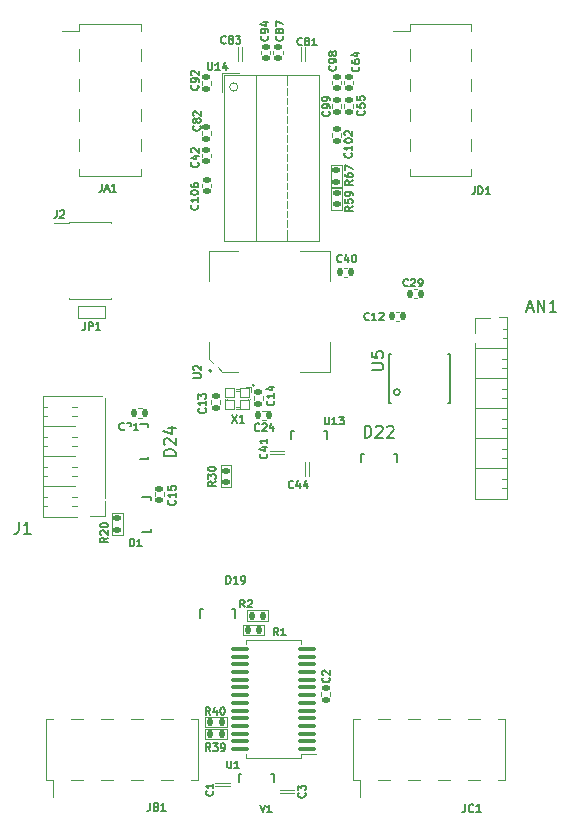
<source format=gbr>
G04 #@! TF.GenerationSoftware,KiCad,Pcbnew,7.0.1-0*
G04 #@! TF.CreationDate,2023-03-28T15:50:41-07:00*
G04 #@! TF.ProjectId,Kit-Brainboard,4b69742d-4272-4616-996e-626f6172642e,rev?*
G04 #@! TF.SameCoordinates,Original*
G04 #@! TF.FileFunction,Legend,Top*
G04 #@! TF.FilePolarity,Positive*
%FSLAX46Y46*%
G04 Gerber Fmt 4.6, Leading zero omitted, Abs format (unit mm)*
G04 Created by KiCad (PCBNEW 7.0.1-0) date 2023-03-28 15:50:41*
%MOMM*%
%LPD*%
G01*
G04 APERTURE LIST*
G04 Aperture macros list*
%AMRoundRect*
0 Rectangle with rounded corners*
0 $1 Rounding radius*
0 $2 $3 $4 $5 $6 $7 $8 $9 X,Y pos of 4 corners*
0 Add a 4 corners polygon primitive as box body*
4,1,4,$2,$3,$4,$5,$6,$7,$8,$9,$2,$3,0*
0 Add four circle primitives for the rounded corners*
1,1,$1+$1,$2,$3*
1,1,$1+$1,$4,$5*
1,1,$1+$1,$6,$7*
1,1,$1+$1,$8,$9*
0 Add four rect primitives between the rounded corners*
20,1,$1+$1,$2,$3,$4,$5,0*
20,1,$1+$1,$4,$5,$6,$7,0*
20,1,$1+$1,$6,$7,$8,$9,0*
20,1,$1+$1,$8,$9,$2,$3,0*%
G04 Aperture macros list end*
%ADD10C,0.150000*%
%ADD11C,0.149860*%
%ADD12C,0.120000*%
%ADD13C,0.100000*%
%ADD14C,0.200000*%
%ADD15R,0.600000X2.000000*%
%ADD16O,1.550000X0.890000*%
%ADD17O,0.950000X1.250000*%
%ADD18R,1.700000X1.700000*%
%ADD19O,1.700000X1.700000*%
%ADD20R,0.800100X0.800100*%
%ADD21RoundRect,0.147500X0.172500X-0.147500X0.172500X0.147500X-0.172500X0.147500X-0.172500X-0.147500X0*%
%ADD22RoundRect,0.147500X-0.147500X-0.172500X0.147500X-0.172500X0.147500X0.172500X-0.147500X0.172500X0*%
%ADD23R,3.150000X1.000000*%
%ADD24RoundRect,0.147500X-0.172500X0.147500X-0.172500X-0.147500X0.172500X-0.147500X0.172500X0.147500X0*%
%ADD25R,0.160000X0.500000*%
%ADD26R,0.500000X0.500000*%
%ADD27R,1.000000X1.000000*%
%ADD28C,0.230000*%
%ADD29RoundRect,0.050000X0.400000X0.350000X-0.400000X0.350000X-0.400000X-0.350000X0.400000X-0.350000X0*%
%ADD30R,1.000000X3.150000*%
%ADD31C,0.500000*%
%ADD32RoundRect,0.147500X0.147500X0.172500X-0.147500X0.172500X-0.147500X-0.172500X0.147500X-0.172500X0*%
%ADD33RoundRect,0.100000X0.637500X0.100000X-0.637500X0.100000X-0.637500X-0.100000X0.637500X-0.100000X0*%
%ADD34R,2.400000X0.740000*%
%ADD35R,0.500000X0.160000*%
G04 APERTURE END LIST*
D10*
G04 #@! TO.C,U5*
X217422619Y-86071904D02*
X218232142Y-86071904D01*
X218232142Y-86071904D02*
X218327380Y-86024285D01*
X218327380Y-86024285D02*
X218375000Y-85976666D01*
X218375000Y-85976666D02*
X218422619Y-85881428D01*
X218422619Y-85881428D02*
X218422619Y-85690952D01*
X218422619Y-85690952D02*
X218375000Y-85595714D01*
X218375000Y-85595714D02*
X218327380Y-85548095D01*
X218327380Y-85548095D02*
X218232142Y-85500476D01*
X218232142Y-85500476D02*
X217422619Y-85500476D01*
X217422619Y-84548095D02*
X217422619Y-85024285D01*
X217422619Y-85024285D02*
X217898809Y-85071904D01*
X217898809Y-85071904D02*
X217851190Y-85024285D01*
X217851190Y-85024285D02*
X217803571Y-84929047D01*
X217803571Y-84929047D02*
X217803571Y-84690952D01*
X217803571Y-84690952D02*
X217851190Y-84595714D01*
X217851190Y-84595714D02*
X217898809Y-84548095D01*
X217898809Y-84548095D02*
X217994047Y-84500476D01*
X217994047Y-84500476D02*
X218232142Y-84500476D01*
X218232142Y-84500476D02*
X218327380Y-84548095D01*
X218327380Y-84548095D02*
X218375000Y-84595714D01*
X218375000Y-84595714D02*
X218422619Y-84690952D01*
X218422619Y-84690952D02*
X218422619Y-84929047D01*
X218422619Y-84929047D02*
X218375000Y-85024285D01*
X218375000Y-85024285D02*
X218327380Y-85071904D01*
G04 #@! TO.C,AN1*
X230576905Y-80876904D02*
X231053095Y-80876904D01*
X230481667Y-81162619D02*
X230815000Y-80162619D01*
X230815000Y-80162619D02*
X231148333Y-81162619D01*
X231481667Y-81162619D02*
X231481667Y-80162619D01*
X231481667Y-80162619D02*
X232053095Y-81162619D01*
X232053095Y-81162619D02*
X232053095Y-80162619D01*
X233053095Y-81162619D02*
X232481667Y-81162619D01*
X232767381Y-81162619D02*
X232767381Y-80162619D01*
X232767381Y-80162619D02*
X232672143Y-80305476D01*
X232672143Y-80305476D02*
X232576905Y-80400714D01*
X232576905Y-80400714D02*
X232481667Y-80448333D01*
G04 #@! TO.C,J1*
X187561666Y-98932619D02*
X187561666Y-99646904D01*
X187561666Y-99646904D02*
X187514047Y-99789761D01*
X187514047Y-99789761D02*
X187418809Y-99885000D01*
X187418809Y-99885000D02*
X187275952Y-99932619D01*
X187275952Y-99932619D02*
X187180714Y-99932619D01*
X188561666Y-99932619D02*
X187990238Y-99932619D01*
X188275952Y-99932619D02*
X188275952Y-98932619D01*
X188275952Y-98932619D02*
X188180714Y-99075476D01*
X188180714Y-99075476D02*
X188085476Y-99170714D01*
X188085476Y-99170714D02*
X187990238Y-99218333D01*
D11*
G04 #@! TO.C,D19*
X205120423Y-104180813D02*
X205120423Y-103530573D01*
X205120423Y-103530573D02*
X205275242Y-103530573D01*
X205275242Y-103530573D02*
X205368133Y-103561537D01*
X205368133Y-103561537D02*
X205430061Y-103623465D01*
X205430061Y-103623465D02*
X205461024Y-103685392D01*
X205461024Y-103685392D02*
X205491988Y-103809248D01*
X205491988Y-103809248D02*
X205491988Y-103902139D01*
X205491988Y-103902139D02*
X205461024Y-104025994D01*
X205461024Y-104025994D02*
X205430061Y-104087922D01*
X205430061Y-104087922D02*
X205368133Y-104149850D01*
X205368133Y-104149850D02*
X205275242Y-104180813D01*
X205275242Y-104180813D02*
X205120423Y-104180813D01*
X206111264Y-104180813D02*
X205739699Y-104180813D01*
X205925482Y-104180813D02*
X205925482Y-103530573D01*
X205925482Y-103530573D02*
X205863554Y-103623465D01*
X205863554Y-103623465D02*
X205801626Y-103685392D01*
X205801626Y-103685392D02*
X205739699Y-103716356D01*
X206420902Y-104180813D02*
X206544758Y-104180813D01*
X206544758Y-104180813D02*
X206606685Y-104149850D01*
X206606685Y-104149850D02*
X206637649Y-104118886D01*
X206637649Y-104118886D02*
X206699577Y-104025994D01*
X206699577Y-104025994D02*
X206730540Y-103902139D01*
X206730540Y-103902139D02*
X206730540Y-103654429D01*
X206730540Y-103654429D02*
X206699577Y-103592501D01*
X206699577Y-103592501D02*
X206668613Y-103561537D01*
X206668613Y-103561537D02*
X206606685Y-103530573D01*
X206606685Y-103530573D02*
X206482830Y-103530573D01*
X206482830Y-103530573D02*
X206420902Y-103561537D01*
X206420902Y-103561537D02*
X206389939Y-103592501D01*
X206389939Y-103592501D02*
X206358975Y-103654429D01*
X206358975Y-103654429D02*
X206358975Y-103809248D01*
X206358975Y-103809248D02*
X206389939Y-103871175D01*
X206389939Y-103871175D02*
X206420902Y-103902139D01*
X206420902Y-103902139D02*
X206482830Y-103933103D01*
X206482830Y-103933103D02*
X206606685Y-103933103D01*
X206606685Y-103933103D02*
X206668613Y-103902139D01*
X206668613Y-103902139D02*
X206699577Y-103871175D01*
X206699577Y-103871175D02*
X206730540Y-103809248D01*
G04 #@! TO.C,C42*
X202718793Y-68507847D02*
X202749745Y-68538799D01*
X202749745Y-68538799D02*
X202780696Y-68631654D01*
X202780696Y-68631654D02*
X202780696Y-68693558D01*
X202780696Y-68693558D02*
X202749745Y-68786413D01*
X202749745Y-68786413D02*
X202687841Y-68848316D01*
X202687841Y-68848316D02*
X202625938Y-68879268D01*
X202625938Y-68879268D02*
X202502131Y-68910220D01*
X202502131Y-68910220D02*
X202409276Y-68910220D01*
X202409276Y-68910220D02*
X202285469Y-68879268D01*
X202285469Y-68879268D02*
X202223565Y-68848316D01*
X202223565Y-68848316D02*
X202161662Y-68786413D01*
X202161662Y-68786413D02*
X202130710Y-68693558D01*
X202130710Y-68693558D02*
X202130710Y-68631654D01*
X202130710Y-68631654D02*
X202161662Y-68538799D01*
X202161662Y-68538799D02*
X202192614Y-68507847D01*
X202347372Y-67950717D02*
X202780696Y-67950717D01*
X202099759Y-68105475D02*
X202564034Y-68260234D01*
X202564034Y-68260234D02*
X202564034Y-67857861D01*
X202192614Y-67641200D02*
X202161662Y-67610248D01*
X202161662Y-67610248D02*
X202130710Y-67548345D01*
X202130710Y-67548345D02*
X202130710Y-67393586D01*
X202130710Y-67393586D02*
X202161662Y-67331683D01*
X202161662Y-67331683D02*
X202192614Y-67300731D01*
X202192614Y-67300731D02*
X202254517Y-67269779D01*
X202254517Y-67269779D02*
X202316421Y-67269779D01*
X202316421Y-67269779D02*
X202409276Y-67300731D01*
X202409276Y-67300731D02*
X202780696Y-67672151D01*
X202780696Y-67672151D02*
X202780696Y-67269779D01*
G04 #@! TO.C,C2*
X213818793Y-112138330D02*
X213849745Y-112169282D01*
X213849745Y-112169282D02*
X213880696Y-112262137D01*
X213880696Y-112262137D02*
X213880696Y-112324041D01*
X213880696Y-112324041D02*
X213849745Y-112416896D01*
X213849745Y-112416896D02*
X213787841Y-112478799D01*
X213787841Y-112478799D02*
X213725938Y-112509751D01*
X213725938Y-112509751D02*
X213602131Y-112540703D01*
X213602131Y-112540703D02*
X213509276Y-112540703D01*
X213509276Y-112540703D02*
X213385469Y-112509751D01*
X213385469Y-112509751D02*
X213323565Y-112478799D01*
X213323565Y-112478799D02*
X213261662Y-112416896D01*
X213261662Y-112416896D02*
X213230710Y-112324041D01*
X213230710Y-112324041D02*
X213230710Y-112262137D01*
X213230710Y-112262137D02*
X213261662Y-112169282D01*
X213261662Y-112169282D02*
X213292614Y-112138330D01*
X213292614Y-111890717D02*
X213261662Y-111859765D01*
X213261662Y-111859765D02*
X213230710Y-111797862D01*
X213230710Y-111797862D02*
X213230710Y-111643103D01*
X213230710Y-111643103D02*
X213261662Y-111581200D01*
X213261662Y-111581200D02*
X213292614Y-111550248D01*
X213292614Y-111550248D02*
X213354517Y-111519296D01*
X213354517Y-111519296D02*
X213416421Y-111519296D01*
X213416421Y-111519296D02*
X213509276Y-111550248D01*
X213509276Y-111550248D02*
X213880696Y-111921668D01*
X213880696Y-111921668D02*
X213880696Y-111519296D01*
D10*
G04 #@! TO.C,D24*
X200823379Y-93374285D02*
X199823379Y-93374285D01*
X199823379Y-93374285D02*
X199823379Y-93136190D01*
X199823379Y-93136190D02*
X199870998Y-92993333D01*
X199870998Y-92993333D02*
X199966236Y-92898095D01*
X199966236Y-92898095D02*
X200061474Y-92850476D01*
X200061474Y-92850476D02*
X200251950Y-92802857D01*
X200251950Y-92802857D02*
X200394807Y-92802857D01*
X200394807Y-92802857D02*
X200585283Y-92850476D01*
X200585283Y-92850476D02*
X200680521Y-92898095D01*
X200680521Y-92898095D02*
X200775760Y-92993333D01*
X200775760Y-92993333D02*
X200823379Y-93136190D01*
X200823379Y-93136190D02*
X200823379Y-93374285D01*
X199918617Y-92421904D02*
X199870998Y-92374285D01*
X199870998Y-92374285D02*
X199823379Y-92279047D01*
X199823379Y-92279047D02*
X199823379Y-92040952D01*
X199823379Y-92040952D02*
X199870998Y-91945714D01*
X199870998Y-91945714D02*
X199918617Y-91898095D01*
X199918617Y-91898095D02*
X200013855Y-91850476D01*
X200013855Y-91850476D02*
X200109093Y-91850476D01*
X200109093Y-91850476D02*
X200251950Y-91898095D01*
X200251950Y-91898095D02*
X200823379Y-92469523D01*
X200823379Y-92469523D02*
X200823379Y-91850476D01*
X200156712Y-90993333D02*
X200823379Y-90993333D01*
X199775760Y-91231428D02*
X200490045Y-91469523D01*
X200490045Y-91469523D02*
X200490045Y-90850476D01*
D11*
G04 #@! TO.C,R40*
X203742152Y-115280696D02*
X203525490Y-114971179D01*
X203370731Y-115280696D02*
X203370731Y-114630710D01*
X203370731Y-114630710D02*
X203618345Y-114630710D01*
X203618345Y-114630710D02*
X203680248Y-114661662D01*
X203680248Y-114661662D02*
X203711200Y-114692614D01*
X203711200Y-114692614D02*
X203742152Y-114754517D01*
X203742152Y-114754517D02*
X203742152Y-114847372D01*
X203742152Y-114847372D02*
X203711200Y-114909276D01*
X203711200Y-114909276D02*
X203680248Y-114940227D01*
X203680248Y-114940227D02*
X203618345Y-114971179D01*
X203618345Y-114971179D02*
X203370731Y-114971179D01*
X204299283Y-114847372D02*
X204299283Y-115280696D01*
X204144524Y-114599759D02*
X203989765Y-115064034D01*
X203989765Y-115064034D02*
X204392138Y-115064034D01*
X204763558Y-114630710D02*
X204825461Y-114630710D01*
X204825461Y-114630710D02*
X204887365Y-114661662D01*
X204887365Y-114661662D02*
X204918317Y-114692614D01*
X204918317Y-114692614D02*
X204949268Y-114754517D01*
X204949268Y-114754517D02*
X204980220Y-114878324D01*
X204980220Y-114878324D02*
X204980220Y-115033083D01*
X204980220Y-115033083D02*
X204949268Y-115156889D01*
X204949268Y-115156889D02*
X204918317Y-115218793D01*
X204918317Y-115218793D02*
X204887365Y-115249745D01*
X204887365Y-115249745D02*
X204825461Y-115280696D01*
X204825461Y-115280696D02*
X204763558Y-115280696D01*
X204763558Y-115280696D02*
X204701655Y-115249745D01*
X204701655Y-115249745D02*
X204670703Y-115218793D01*
X204670703Y-115218793D02*
X204639751Y-115156889D01*
X204639751Y-115156889D02*
X204608799Y-115033083D01*
X204608799Y-115033083D02*
X204608799Y-114878324D01*
X204608799Y-114878324D02*
X204639751Y-114754517D01*
X204639751Y-114754517D02*
X204670703Y-114692614D01*
X204670703Y-114692614D02*
X204701655Y-114661662D01*
X204701655Y-114661662D02*
X204763558Y-114630710D01*
G04 #@! TO.C,JA1*
X194579772Y-70325710D02*
X194579772Y-70789986D01*
X194579772Y-70789986D02*
X194548821Y-70882841D01*
X194548821Y-70882841D02*
X194486917Y-70944745D01*
X194486917Y-70944745D02*
X194394062Y-70975696D01*
X194394062Y-70975696D02*
X194332159Y-70975696D01*
X194858337Y-70789986D02*
X195167855Y-70789986D01*
X194796434Y-70975696D02*
X195013096Y-70325710D01*
X195013096Y-70325710D02*
X195229758Y-70975696D01*
X195786889Y-70975696D02*
X195415468Y-70975696D01*
X195601179Y-70975696D02*
X195601179Y-70325710D01*
X195601179Y-70325710D02*
X195539275Y-70418565D01*
X195539275Y-70418565D02*
X195477372Y-70480469D01*
X195477372Y-70480469D02*
X195415468Y-70511421D01*
G04 #@! TO.C,C98*
X214378793Y-60347847D02*
X214409745Y-60378799D01*
X214409745Y-60378799D02*
X214440696Y-60471654D01*
X214440696Y-60471654D02*
X214440696Y-60533558D01*
X214440696Y-60533558D02*
X214409745Y-60626413D01*
X214409745Y-60626413D02*
X214347841Y-60688316D01*
X214347841Y-60688316D02*
X214285938Y-60719268D01*
X214285938Y-60719268D02*
X214162131Y-60750220D01*
X214162131Y-60750220D02*
X214069276Y-60750220D01*
X214069276Y-60750220D02*
X213945469Y-60719268D01*
X213945469Y-60719268D02*
X213883565Y-60688316D01*
X213883565Y-60688316D02*
X213821662Y-60626413D01*
X213821662Y-60626413D02*
X213790710Y-60533558D01*
X213790710Y-60533558D02*
X213790710Y-60471654D01*
X213790710Y-60471654D02*
X213821662Y-60378799D01*
X213821662Y-60378799D02*
X213852614Y-60347847D01*
X214440696Y-60038330D02*
X214440696Y-59914523D01*
X214440696Y-59914523D02*
X214409745Y-59852620D01*
X214409745Y-59852620D02*
X214378793Y-59821668D01*
X214378793Y-59821668D02*
X214285938Y-59759765D01*
X214285938Y-59759765D02*
X214162131Y-59728813D01*
X214162131Y-59728813D02*
X213914517Y-59728813D01*
X213914517Y-59728813D02*
X213852614Y-59759765D01*
X213852614Y-59759765D02*
X213821662Y-59790717D01*
X213821662Y-59790717D02*
X213790710Y-59852620D01*
X213790710Y-59852620D02*
X213790710Y-59976427D01*
X213790710Y-59976427D02*
X213821662Y-60038330D01*
X213821662Y-60038330D02*
X213852614Y-60069282D01*
X213852614Y-60069282D02*
X213914517Y-60100234D01*
X213914517Y-60100234D02*
X214069276Y-60100234D01*
X214069276Y-60100234D02*
X214131179Y-60069282D01*
X214131179Y-60069282D02*
X214162131Y-60038330D01*
X214162131Y-60038330D02*
X214193083Y-59976427D01*
X214193083Y-59976427D02*
X214193083Y-59852620D01*
X214193083Y-59852620D02*
X214162131Y-59790717D01*
X214162131Y-59790717D02*
X214131179Y-59759765D01*
X214131179Y-59759765D02*
X214069276Y-59728813D01*
X214069276Y-59357393D02*
X214038324Y-59419296D01*
X214038324Y-59419296D02*
X214007372Y-59450248D01*
X214007372Y-59450248D02*
X213945469Y-59481200D01*
X213945469Y-59481200D02*
X213914517Y-59481200D01*
X213914517Y-59481200D02*
X213852614Y-59450248D01*
X213852614Y-59450248D02*
X213821662Y-59419296D01*
X213821662Y-59419296D02*
X213790710Y-59357393D01*
X213790710Y-59357393D02*
X213790710Y-59233586D01*
X213790710Y-59233586D02*
X213821662Y-59171683D01*
X213821662Y-59171683D02*
X213852614Y-59140731D01*
X213852614Y-59140731D02*
X213914517Y-59109779D01*
X213914517Y-59109779D02*
X213945469Y-59109779D01*
X213945469Y-59109779D02*
X214007372Y-59140731D01*
X214007372Y-59140731D02*
X214038324Y-59171683D01*
X214038324Y-59171683D02*
X214069276Y-59233586D01*
X214069276Y-59233586D02*
X214069276Y-59357393D01*
X214069276Y-59357393D02*
X214100227Y-59419296D01*
X214100227Y-59419296D02*
X214131179Y-59450248D01*
X214131179Y-59450248D02*
X214193083Y-59481200D01*
X214193083Y-59481200D02*
X214316889Y-59481200D01*
X214316889Y-59481200D02*
X214378793Y-59450248D01*
X214378793Y-59450248D02*
X214409745Y-59419296D01*
X214409745Y-59419296D02*
X214440696Y-59357393D01*
X214440696Y-59357393D02*
X214440696Y-59233586D01*
X214440696Y-59233586D02*
X214409745Y-59171683D01*
X214409745Y-59171683D02*
X214378793Y-59140731D01*
X214378793Y-59140731D02*
X214316889Y-59109779D01*
X214316889Y-59109779D02*
X214193083Y-59109779D01*
X214193083Y-59109779D02*
X214131179Y-59140731D01*
X214131179Y-59140731D02*
X214100227Y-59171683D01*
X214100227Y-59171683D02*
X214069276Y-59233586D01*
G04 #@! TO.C,JP1*
X193148345Y-82040710D02*
X193148345Y-82504986D01*
X193148345Y-82504986D02*
X193117394Y-82597841D01*
X193117394Y-82597841D02*
X193055490Y-82659745D01*
X193055490Y-82659745D02*
X192962635Y-82690696D01*
X192962635Y-82690696D02*
X192900732Y-82690696D01*
X193457862Y-82690696D02*
X193457862Y-82040710D01*
X193457862Y-82040710D02*
X193705476Y-82040710D01*
X193705476Y-82040710D02*
X193767379Y-82071662D01*
X193767379Y-82071662D02*
X193798331Y-82102614D01*
X193798331Y-82102614D02*
X193829283Y-82164517D01*
X193829283Y-82164517D02*
X193829283Y-82257372D01*
X193829283Y-82257372D02*
X193798331Y-82319276D01*
X193798331Y-82319276D02*
X193767379Y-82350227D01*
X193767379Y-82350227D02*
X193705476Y-82381179D01*
X193705476Y-82381179D02*
X193457862Y-82381179D01*
X194448317Y-82690696D02*
X194076896Y-82690696D01*
X194262607Y-82690696D02*
X194262607Y-82040710D01*
X194262607Y-82040710D02*
X194200703Y-82133565D01*
X194200703Y-82133565D02*
X194138800Y-82195469D01*
X194138800Y-82195469D02*
X194076896Y-82226421D01*
G04 #@! TO.C,C3*
X211758793Y-121888330D02*
X211789745Y-121919282D01*
X211789745Y-121919282D02*
X211820696Y-122012137D01*
X211820696Y-122012137D02*
X211820696Y-122074041D01*
X211820696Y-122074041D02*
X211789745Y-122166896D01*
X211789745Y-122166896D02*
X211727841Y-122228799D01*
X211727841Y-122228799D02*
X211665938Y-122259751D01*
X211665938Y-122259751D02*
X211542131Y-122290703D01*
X211542131Y-122290703D02*
X211449276Y-122290703D01*
X211449276Y-122290703D02*
X211325469Y-122259751D01*
X211325469Y-122259751D02*
X211263565Y-122228799D01*
X211263565Y-122228799D02*
X211201662Y-122166896D01*
X211201662Y-122166896D02*
X211170710Y-122074041D01*
X211170710Y-122074041D02*
X211170710Y-122012137D01*
X211170710Y-122012137D02*
X211201662Y-121919282D01*
X211201662Y-121919282D02*
X211232614Y-121888330D01*
X211170710Y-121671668D02*
X211170710Y-121269296D01*
X211170710Y-121269296D02*
X211418324Y-121485958D01*
X211418324Y-121485958D02*
X211418324Y-121393103D01*
X211418324Y-121393103D02*
X211449276Y-121331200D01*
X211449276Y-121331200D02*
X211480227Y-121300248D01*
X211480227Y-121300248D02*
X211542131Y-121269296D01*
X211542131Y-121269296D02*
X211696889Y-121269296D01*
X211696889Y-121269296D02*
X211758793Y-121300248D01*
X211758793Y-121300248D02*
X211789745Y-121331200D01*
X211789745Y-121331200D02*
X211820696Y-121393103D01*
X211820696Y-121393103D02*
X211820696Y-121578813D01*
X211820696Y-121578813D02*
X211789745Y-121640717D01*
X211789745Y-121640717D02*
X211758793Y-121671668D01*
G04 #@! TO.C,R67*
X215800696Y-70014626D02*
X215491179Y-70231288D01*
X215800696Y-70386047D02*
X215150710Y-70386047D01*
X215150710Y-70386047D02*
X215150710Y-70138433D01*
X215150710Y-70138433D02*
X215181662Y-70076530D01*
X215181662Y-70076530D02*
X215212614Y-70045578D01*
X215212614Y-70045578D02*
X215274517Y-70014626D01*
X215274517Y-70014626D02*
X215367372Y-70014626D01*
X215367372Y-70014626D02*
X215429276Y-70045578D01*
X215429276Y-70045578D02*
X215460227Y-70076530D01*
X215460227Y-70076530D02*
X215491179Y-70138433D01*
X215491179Y-70138433D02*
X215491179Y-70386047D01*
X215150710Y-69457496D02*
X215150710Y-69581302D01*
X215150710Y-69581302D02*
X215181662Y-69643206D01*
X215181662Y-69643206D02*
X215212614Y-69674158D01*
X215212614Y-69674158D02*
X215305469Y-69736061D01*
X215305469Y-69736061D02*
X215429276Y-69767013D01*
X215429276Y-69767013D02*
X215676889Y-69767013D01*
X215676889Y-69767013D02*
X215738793Y-69736061D01*
X215738793Y-69736061D02*
X215769745Y-69705109D01*
X215769745Y-69705109D02*
X215800696Y-69643206D01*
X215800696Y-69643206D02*
X215800696Y-69519399D01*
X215800696Y-69519399D02*
X215769745Y-69457496D01*
X215769745Y-69457496D02*
X215738793Y-69426544D01*
X215738793Y-69426544D02*
X215676889Y-69395592D01*
X215676889Y-69395592D02*
X215522131Y-69395592D01*
X215522131Y-69395592D02*
X215460227Y-69426544D01*
X215460227Y-69426544D02*
X215429276Y-69457496D01*
X215429276Y-69457496D02*
X215398324Y-69519399D01*
X215398324Y-69519399D02*
X215398324Y-69643206D01*
X215398324Y-69643206D02*
X215429276Y-69705109D01*
X215429276Y-69705109D02*
X215460227Y-69736061D01*
X215460227Y-69736061D02*
X215522131Y-69767013D01*
X215150710Y-69178930D02*
X215150710Y-68745606D01*
X215150710Y-68745606D02*
X215800696Y-69024172D01*
G04 #@! TO.C,C81*
X211522152Y-58538793D02*
X211491200Y-58569745D01*
X211491200Y-58569745D02*
X211398345Y-58600696D01*
X211398345Y-58600696D02*
X211336441Y-58600696D01*
X211336441Y-58600696D02*
X211243586Y-58569745D01*
X211243586Y-58569745D02*
X211181683Y-58507841D01*
X211181683Y-58507841D02*
X211150731Y-58445938D01*
X211150731Y-58445938D02*
X211119779Y-58322131D01*
X211119779Y-58322131D02*
X211119779Y-58229276D01*
X211119779Y-58229276D02*
X211150731Y-58105469D01*
X211150731Y-58105469D02*
X211181683Y-58043565D01*
X211181683Y-58043565D02*
X211243586Y-57981662D01*
X211243586Y-57981662D02*
X211336441Y-57950710D01*
X211336441Y-57950710D02*
X211398345Y-57950710D01*
X211398345Y-57950710D02*
X211491200Y-57981662D01*
X211491200Y-57981662D02*
X211522152Y-58012614D01*
X211893572Y-58229276D02*
X211831669Y-58198324D01*
X211831669Y-58198324D02*
X211800717Y-58167372D01*
X211800717Y-58167372D02*
X211769765Y-58105469D01*
X211769765Y-58105469D02*
X211769765Y-58074517D01*
X211769765Y-58074517D02*
X211800717Y-58012614D01*
X211800717Y-58012614D02*
X211831669Y-57981662D01*
X211831669Y-57981662D02*
X211893572Y-57950710D01*
X211893572Y-57950710D02*
X212017379Y-57950710D01*
X212017379Y-57950710D02*
X212079283Y-57981662D01*
X212079283Y-57981662D02*
X212110234Y-58012614D01*
X212110234Y-58012614D02*
X212141186Y-58074517D01*
X212141186Y-58074517D02*
X212141186Y-58105469D01*
X212141186Y-58105469D02*
X212110234Y-58167372D01*
X212110234Y-58167372D02*
X212079283Y-58198324D01*
X212079283Y-58198324D02*
X212017379Y-58229276D01*
X212017379Y-58229276D02*
X211893572Y-58229276D01*
X211893572Y-58229276D02*
X211831669Y-58260227D01*
X211831669Y-58260227D02*
X211800717Y-58291179D01*
X211800717Y-58291179D02*
X211769765Y-58353083D01*
X211769765Y-58353083D02*
X211769765Y-58476889D01*
X211769765Y-58476889D02*
X211800717Y-58538793D01*
X211800717Y-58538793D02*
X211831669Y-58569745D01*
X211831669Y-58569745D02*
X211893572Y-58600696D01*
X211893572Y-58600696D02*
X212017379Y-58600696D01*
X212017379Y-58600696D02*
X212079283Y-58569745D01*
X212079283Y-58569745D02*
X212110234Y-58538793D01*
X212110234Y-58538793D02*
X212141186Y-58476889D01*
X212141186Y-58476889D02*
X212141186Y-58353083D01*
X212141186Y-58353083D02*
X212110234Y-58291179D01*
X212110234Y-58291179D02*
X212079283Y-58260227D01*
X212079283Y-58260227D02*
X212017379Y-58229276D01*
X212760220Y-58600696D02*
X212388799Y-58600696D01*
X212574510Y-58600696D02*
X212574510Y-57950710D01*
X212574510Y-57950710D02*
X212512606Y-58043565D01*
X212512606Y-58043565D02*
X212450703Y-58105469D01*
X212450703Y-58105469D02*
X212388799Y-58136421D01*
G04 #@! TO.C,C13*
X203325793Y-89334847D02*
X203356745Y-89365799D01*
X203356745Y-89365799D02*
X203387696Y-89458654D01*
X203387696Y-89458654D02*
X203387696Y-89520558D01*
X203387696Y-89520558D02*
X203356745Y-89613413D01*
X203356745Y-89613413D02*
X203294841Y-89675316D01*
X203294841Y-89675316D02*
X203232938Y-89706268D01*
X203232938Y-89706268D02*
X203109131Y-89737220D01*
X203109131Y-89737220D02*
X203016276Y-89737220D01*
X203016276Y-89737220D02*
X202892469Y-89706268D01*
X202892469Y-89706268D02*
X202830565Y-89675316D01*
X202830565Y-89675316D02*
X202768662Y-89613413D01*
X202768662Y-89613413D02*
X202737710Y-89520558D01*
X202737710Y-89520558D02*
X202737710Y-89458654D01*
X202737710Y-89458654D02*
X202768662Y-89365799D01*
X202768662Y-89365799D02*
X202799614Y-89334847D01*
X203387696Y-88715813D02*
X203387696Y-89087234D01*
X203387696Y-88901523D02*
X202737710Y-88901523D01*
X202737710Y-88901523D02*
X202830565Y-88963427D01*
X202830565Y-88963427D02*
X202892469Y-89025330D01*
X202892469Y-89025330D02*
X202923421Y-89087234D01*
X202737710Y-88499151D02*
X202737710Y-88096779D01*
X202737710Y-88096779D02*
X202985324Y-88313441D01*
X202985324Y-88313441D02*
X202985324Y-88220586D01*
X202985324Y-88220586D02*
X203016276Y-88158683D01*
X203016276Y-88158683D02*
X203047227Y-88127731D01*
X203047227Y-88127731D02*
X203109131Y-88096779D01*
X203109131Y-88096779D02*
X203263889Y-88096779D01*
X203263889Y-88096779D02*
X203325793Y-88127731D01*
X203325793Y-88127731D02*
X203356745Y-88158683D01*
X203356745Y-88158683D02*
X203387696Y-88220586D01*
X203387696Y-88220586D02*
X203387696Y-88406296D01*
X203387696Y-88406296D02*
X203356745Y-88468200D01*
X203356745Y-88468200D02*
X203325793Y-88499151D01*
G04 #@! TO.C,C64*
X216318793Y-60407847D02*
X216349745Y-60438799D01*
X216349745Y-60438799D02*
X216380696Y-60531654D01*
X216380696Y-60531654D02*
X216380696Y-60593558D01*
X216380696Y-60593558D02*
X216349745Y-60686413D01*
X216349745Y-60686413D02*
X216287841Y-60748316D01*
X216287841Y-60748316D02*
X216225938Y-60779268D01*
X216225938Y-60779268D02*
X216102131Y-60810220D01*
X216102131Y-60810220D02*
X216009276Y-60810220D01*
X216009276Y-60810220D02*
X215885469Y-60779268D01*
X215885469Y-60779268D02*
X215823565Y-60748316D01*
X215823565Y-60748316D02*
X215761662Y-60686413D01*
X215761662Y-60686413D02*
X215730710Y-60593558D01*
X215730710Y-60593558D02*
X215730710Y-60531654D01*
X215730710Y-60531654D02*
X215761662Y-60438799D01*
X215761662Y-60438799D02*
X215792614Y-60407847D01*
X215730710Y-59850717D02*
X215730710Y-59974523D01*
X215730710Y-59974523D02*
X215761662Y-60036427D01*
X215761662Y-60036427D02*
X215792614Y-60067379D01*
X215792614Y-60067379D02*
X215885469Y-60129282D01*
X215885469Y-60129282D02*
X216009276Y-60160234D01*
X216009276Y-60160234D02*
X216256889Y-60160234D01*
X216256889Y-60160234D02*
X216318793Y-60129282D01*
X216318793Y-60129282D02*
X216349745Y-60098330D01*
X216349745Y-60098330D02*
X216380696Y-60036427D01*
X216380696Y-60036427D02*
X216380696Y-59912620D01*
X216380696Y-59912620D02*
X216349745Y-59850717D01*
X216349745Y-59850717D02*
X216318793Y-59819765D01*
X216318793Y-59819765D02*
X216256889Y-59788813D01*
X216256889Y-59788813D02*
X216102131Y-59788813D01*
X216102131Y-59788813D02*
X216040227Y-59819765D01*
X216040227Y-59819765D02*
X216009276Y-59850717D01*
X216009276Y-59850717D02*
X215978324Y-59912620D01*
X215978324Y-59912620D02*
X215978324Y-60036427D01*
X215978324Y-60036427D02*
X216009276Y-60098330D01*
X216009276Y-60098330D02*
X216040227Y-60129282D01*
X216040227Y-60129282D02*
X216102131Y-60160234D01*
X215947372Y-59231683D02*
X216380696Y-59231683D01*
X215699759Y-59386441D02*
X216164034Y-59541200D01*
X216164034Y-59541200D02*
X216164034Y-59138827D01*
G04 #@! TO.C,C55*
X216758793Y-64117847D02*
X216789745Y-64148799D01*
X216789745Y-64148799D02*
X216820696Y-64241654D01*
X216820696Y-64241654D02*
X216820696Y-64303558D01*
X216820696Y-64303558D02*
X216789745Y-64396413D01*
X216789745Y-64396413D02*
X216727841Y-64458316D01*
X216727841Y-64458316D02*
X216665938Y-64489268D01*
X216665938Y-64489268D02*
X216542131Y-64520220D01*
X216542131Y-64520220D02*
X216449276Y-64520220D01*
X216449276Y-64520220D02*
X216325469Y-64489268D01*
X216325469Y-64489268D02*
X216263565Y-64458316D01*
X216263565Y-64458316D02*
X216201662Y-64396413D01*
X216201662Y-64396413D02*
X216170710Y-64303558D01*
X216170710Y-64303558D02*
X216170710Y-64241654D01*
X216170710Y-64241654D02*
X216201662Y-64148799D01*
X216201662Y-64148799D02*
X216232614Y-64117847D01*
X216170710Y-63529765D02*
X216170710Y-63839282D01*
X216170710Y-63839282D02*
X216480227Y-63870234D01*
X216480227Y-63870234D02*
X216449276Y-63839282D01*
X216449276Y-63839282D02*
X216418324Y-63777379D01*
X216418324Y-63777379D02*
X216418324Y-63622620D01*
X216418324Y-63622620D02*
X216449276Y-63560717D01*
X216449276Y-63560717D02*
X216480227Y-63529765D01*
X216480227Y-63529765D02*
X216542131Y-63498813D01*
X216542131Y-63498813D02*
X216696889Y-63498813D01*
X216696889Y-63498813D02*
X216758793Y-63529765D01*
X216758793Y-63529765D02*
X216789745Y-63560717D01*
X216789745Y-63560717D02*
X216820696Y-63622620D01*
X216820696Y-63622620D02*
X216820696Y-63777379D01*
X216820696Y-63777379D02*
X216789745Y-63839282D01*
X216789745Y-63839282D02*
X216758793Y-63870234D01*
X216170710Y-62910731D02*
X216170710Y-63220248D01*
X216170710Y-63220248D02*
X216480227Y-63251200D01*
X216480227Y-63251200D02*
X216449276Y-63220248D01*
X216449276Y-63220248D02*
X216418324Y-63158345D01*
X216418324Y-63158345D02*
X216418324Y-63003586D01*
X216418324Y-63003586D02*
X216449276Y-62941683D01*
X216449276Y-62941683D02*
X216480227Y-62910731D01*
X216480227Y-62910731D02*
X216542131Y-62879779D01*
X216542131Y-62879779D02*
X216696889Y-62879779D01*
X216696889Y-62879779D02*
X216758793Y-62910731D01*
X216758793Y-62910731D02*
X216789745Y-62941683D01*
X216789745Y-62941683D02*
X216820696Y-63003586D01*
X216820696Y-63003586D02*
X216820696Y-63158345D01*
X216820696Y-63158345D02*
X216789745Y-63220248D01*
X216789745Y-63220248D02*
X216758793Y-63251200D01*
G04 #@! TO.C,U2*
X202332430Y-86731746D02*
X202858609Y-86731746D01*
X202858609Y-86731746D02*
X202920513Y-86700794D01*
X202920513Y-86700794D02*
X202951465Y-86669843D01*
X202951465Y-86669843D02*
X202982416Y-86607939D01*
X202982416Y-86607939D02*
X202982416Y-86484132D01*
X202982416Y-86484132D02*
X202951465Y-86422229D01*
X202951465Y-86422229D02*
X202920513Y-86391277D01*
X202920513Y-86391277D02*
X202858609Y-86360325D01*
X202858609Y-86360325D02*
X202332430Y-86360325D01*
X202394334Y-86081760D02*
X202363382Y-86050808D01*
X202363382Y-86050808D02*
X202332430Y-85988905D01*
X202332430Y-85988905D02*
X202332430Y-85834146D01*
X202332430Y-85834146D02*
X202363382Y-85772243D01*
X202363382Y-85772243D02*
X202394334Y-85741291D01*
X202394334Y-85741291D02*
X202456237Y-85710339D01*
X202456237Y-85710339D02*
X202518141Y-85710339D01*
X202518141Y-85710339D02*
X202610996Y-85741291D01*
X202610996Y-85741291D02*
X202982416Y-86112711D01*
X202982416Y-86112711D02*
X202982416Y-85710339D01*
G04 #@! TO.C,C83*
X205072152Y-58403793D02*
X205041200Y-58434745D01*
X205041200Y-58434745D02*
X204948345Y-58465696D01*
X204948345Y-58465696D02*
X204886441Y-58465696D01*
X204886441Y-58465696D02*
X204793586Y-58434745D01*
X204793586Y-58434745D02*
X204731683Y-58372841D01*
X204731683Y-58372841D02*
X204700731Y-58310938D01*
X204700731Y-58310938D02*
X204669779Y-58187131D01*
X204669779Y-58187131D02*
X204669779Y-58094276D01*
X204669779Y-58094276D02*
X204700731Y-57970469D01*
X204700731Y-57970469D02*
X204731683Y-57908565D01*
X204731683Y-57908565D02*
X204793586Y-57846662D01*
X204793586Y-57846662D02*
X204886441Y-57815710D01*
X204886441Y-57815710D02*
X204948345Y-57815710D01*
X204948345Y-57815710D02*
X205041200Y-57846662D01*
X205041200Y-57846662D02*
X205072152Y-57877614D01*
X205443572Y-58094276D02*
X205381669Y-58063324D01*
X205381669Y-58063324D02*
X205350717Y-58032372D01*
X205350717Y-58032372D02*
X205319765Y-57970469D01*
X205319765Y-57970469D02*
X205319765Y-57939517D01*
X205319765Y-57939517D02*
X205350717Y-57877614D01*
X205350717Y-57877614D02*
X205381669Y-57846662D01*
X205381669Y-57846662D02*
X205443572Y-57815710D01*
X205443572Y-57815710D02*
X205567379Y-57815710D01*
X205567379Y-57815710D02*
X205629283Y-57846662D01*
X205629283Y-57846662D02*
X205660234Y-57877614D01*
X205660234Y-57877614D02*
X205691186Y-57939517D01*
X205691186Y-57939517D02*
X205691186Y-57970469D01*
X205691186Y-57970469D02*
X205660234Y-58032372D01*
X205660234Y-58032372D02*
X205629283Y-58063324D01*
X205629283Y-58063324D02*
X205567379Y-58094276D01*
X205567379Y-58094276D02*
X205443572Y-58094276D01*
X205443572Y-58094276D02*
X205381669Y-58125227D01*
X205381669Y-58125227D02*
X205350717Y-58156179D01*
X205350717Y-58156179D02*
X205319765Y-58218083D01*
X205319765Y-58218083D02*
X205319765Y-58341889D01*
X205319765Y-58341889D02*
X205350717Y-58403793D01*
X205350717Y-58403793D02*
X205381669Y-58434745D01*
X205381669Y-58434745D02*
X205443572Y-58465696D01*
X205443572Y-58465696D02*
X205567379Y-58465696D01*
X205567379Y-58465696D02*
X205629283Y-58434745D01*
X205629283Y-58434745D02*
X205660234Y-58403793D01*
X205660234Y-58403793D02*
X205691186Y-58341889D01*
X205691186Y-58341889D02*
X205691186Y-58218083D01*
X205691186Y-58218083D02*
X205660234Y-58156179D01*
X205660234Y-58156179D02*
X205629283Y-58125227D01*
X205629283Y-58125227D02*
X205567379Y-58094276D01*
X205907848Y-57815710D02*
X206310220Y-57815710D01*
X206310220Y-57815710D02*
X206093558Y-58063324D01*
X206093558Y-58063324D02*
X206186413Y-58063324D01*
X206186413Y-58063324D02*
X206248317Y-58094276D01*
X206248317Y-58094276D02*
X206279268Y-58125227D01*
X206279268Y-58125227D02*
X206310220Y-58187131D01*
X206310220Y-58187131D02*
X206310220Y-58341889D01*
X206310220Y-58341889D02*
X206279268Y-58403793D01*
X206279268Y-58403793D02*
X206248317Y-58434745D01*
X206248317Y-58434745D02*
X206186413Y-58465696D01*
X206186413Y-58465696D02*
X206000703Y-58465696D01*
X206000703Y-58465696D02*
X205938799Y-58434745D01*
X205938799Y-58434745D02*
X205907848Y-58403793D01*
G04 #@! TO.C,X1*
X205602855Y-89880468D02*
X206036179Y-90530454D01*
X206036179Y-89880468D02*
X205602855Y-90530454D01*
X206624261Y-90530454D02*
X206252840Y-90530454D01*
X206438551Y-90530454D02*
X206438551Y-89880468D01*
X206438551Y-89880468D02*
X206376647Y-89973323D01*
X206376647Y-89973323D02*
X206314744Y-90035227D01*
X206314744Y-90035227D02*
X206252840Y-90066179D01*
G04 #@! TO.C,C24*
X207912532Y-91186053D02*
X207881580Y-91217005D01*
X207881580Y-91217005D02*
X207788725Y-91247956D01*
X207788725Y-91247956D02*
X207726821Y-91247956D01*
X207726821Y-91247956D02*
X207633966Y-91217005D01*
X207633966Y-91217005D02*
X207572063Y-91155101D01*
X207572063Y-91155101D02*
X207541111Y-91093198D01*
X207541111Y-91093198D02*
X207510159Y-90969391D01*
X207510159Y-90969391D02*
X207510159Y-90876536D01*
X207510159Y-90876536D02*
X207541111Y-90752729D01*
X207541111Y-90752729D02*
X207572063Y-90690825D01*
X207572063Y-90690825D02*
X207633966Y-90628922D01*
X207633966Y-90628922D02*
X207726821Y-90597970D01*
X207726821Y-90597970D02*
X207788725Y-90597970D01*
X207788725Y-90597970D02*
X207881580Y-90628922D01*
X207881580Y-90628922D02*
X207912532Y-90659874D01*
X208160145Y-90659874D02*
X208191097Y-90628922D01*
X208191097Y-90628922D02*
X208253001Y-90597970D01*
X208253001Y-90597970D02*
X208407759Y-90597970D01*
X208407759Y-90597970D02*
X208469663Y-90628922D01*
X208469663Y-90628922D02*
X208500614Y-90659874D01*
X208500614Y-90659874D02*
X208531566Y-90721777D01*
X208531566Y-90721777D02*
X208531566Y-90783681D01*
X208531566Y-90783681D02*
X208500614Y-90876536D01*
X208500614Y-90876536D02*
X208129194Y-91247956D01*
X208129194Y-91247956D02*
X208531566Y-91247956D01*
X209088697Y-90814632D02*
X209088697Y-91247956D01*
X208933938Y-90567019D02*
X208779179Y-91031294D01*
X208779179Y-91031294D02*
X209181552Y-91031294D01*
G04 #@! TO.C,R20*
X195100696Y-100277847D02*
X194791179Y-100494509D01*
X195100696Y-100649268D02*
X194450710Y-100649268D01*
X194450710Y-100649268D02*
X194450710Y-100401654D01*
X194450710Y-100401654D02*
X194481662Y-100339751D01*
X194481662Y-100339751D02*
X194512614Y-100308799D01*
X194512614Y-100308799D02*
X194574517Y-100277847D01*
X194574517Y-100277847D02*
X194667372Y-100277847D01*
X194667372Y-100277847D02*
X194729276Y-100308799D01*
X194729276Y-100308799D02*
X194760227Y-100339751D01*
X194760227Y-100339751D02*
X194791179Y-100401654D01*
X194791179Y-100401654D02*
X194791179Y-100649268D01*
X194512614Y-100030234D02*
X194481662Y-99999282D01*
X194481662Y-99999282D02*
X194450710Y-99937379D01*
X194450710Y-99937379D02*
X194450710Y-99782620D01*
X194450710Y-99782620D02*
X194481662Y-99720717D01*
X194481662Y-99720717D02*
X194512614Y-99689765D01*
X194512614Y-99689765D02*
X194574517Y-99658813D01*
X194574517Y-99658813D02*
X194636421Y-99658813D01*
X194636421Y-99658813D02*
X194729276Y-99689765D01*
X194729276Y-99689765D02*
X195100696Y-100061185D01*
X195100696Y-100061185D02*
X195100696Y-99658813D01*
X194450710Y-99256441D02*
X194450710Y-99194538D01*
X194450710Y-99194538D02*
X194481662Y-99132634D01*
X194481662Y-99132634D02*
X194512614Y-99101683D01*
X194512614Y-99101683D02*
X194574517Y-99070731D01*
X194574517Y-99070731D02*
X194698324Y-99039779D01*
X194698324Y-99039779D02*
X194853083Y-99039779D01*
X194853083Y-99039779D02*
X194976889Y-99070731D01*
X194976889Y-99070731D02*
X195038793Y-99101683D01*
X195038793Y-99101683D02*
X195069745Y-99132634D01*
X195069745Y-99132634D02*
X195100696Y-99194538D01*
X195100696Y-99194538D02*
X195100696Y-99256441D01*
X195100696Y-99256441D02*
X195069745Y-99318345D01*
X195069745Y-99318345D02*
X195038793Y-99349296D01*
X195038793Y-99349296D02*
X194976889Y-99380248D01*
X194976889Y-99380248D02*
X194853083Y-99411200D01*
X194853083Y-99411200D02*
X194698324Y-99411200D01*
X194698324Y-99411200D02*
X194574517Y-99380248D01*
X194574517Y-99380248D02*
X194512614Y-99349296D01*
X194512614Y-99349296D02*
X194481662Y-99318345D01*
X194481662Y-99318345D02*
X194450710Y-99256441D01*
G04 #@! TO.C,JB1*
X198678345Y-122740710D02*
X198678345Y-123204986D01*
X198678345Y-123204986D02*
X198647394Y-123297841D01*
X198647394Y-123297841D02*
X198585490Y-123359745D01*
X198585490Y-123359745D02*
X198492635Y-123390696D01*
X198492635Y-123390696D02*
X198430732Y-123390696D01*
X199204524Y-123050227D02*
X199297379Y-123081179D01*
X199297379Y-123081179D02*
X199328331Y-123112131D01*
X199328331Y-123112131D02*
X199359283Y-123174034D01*
X199359283Y-123174034D02*
X199359283Y-123266889D01*
X199359283Y-123266889D02*
X199328331Y-123328793D01*
X199328331Y-123328793D02*
X199297379Y-123359745D01*
X199297379Y-123359745D02*
X199235476Y-123390696D01*
X199235476Y-123390696D02*
X198987862Y-123390696D01*
X198987862Y-123390696D02*
X198987862Y-122740710D01*
X198987862Y-122740710D02*
X199204524Y-122740710D01*
X199204524Y-122740710D02*
X199266428Y-122771662D01*
X199266428Y-122771662D02*
X199297379Y-122802614D01*
X199297379Y-122802614D02*
X199328331Y-122864517D01*
X199328331Y-122864517D02*
X199328331Y-122926421D01*
X199328331Y-122926421D02*
X199297379Y-122988324D01*
X199297379Y-122988324D02*
X199266428Y-123019276D01*
X199266428Y-123019276D02*
X199204524Y-123050227D01*
X199204524Y-123050227D02*
X198987862Y-123050227D01*
X199978317Y-123390696D02*
X199606896Y-123390696D01*
X199792607Y-123390696D02*
X199792607Y-122740710D01*
X199792607Y-122740710D02*
X199730703Y-122833565D01*
X199730703Y-122833565D02*
X199668800Y-122895469D01*
X199668800Y-122895469D02*
X199606896Y-122926421D01*
G04 #@! TO.C,R2*
X206671669Y-106190696D02*
X206455007Y-105881179D01*
X206300248Y-106190696D02*
X206300248Y-105540710D01*
X206300248Y-105540710D02*
X206547862Y-105540710D01*
X206547862Y-105540710D02*
X206609765Y-105571662D01*
X206609765Y-105571662D02*
X206640717Y-105602614D01*
X206640717Y-105602614D02*
X206671669Y-105664517D01*
X206671669Y-105664517D02*
X206671669Y-105757372D01*
X206671669Y-105757372D02*
X206640717Y-105819276D01*
X206640717Y-105819276D02*
X206609765Y-105850227D01*
X206609765Y-105850227D02*
X206547862Y-105881179D01*
X206547862Y-105881179D02*
X206300248Y-105881179D01*
X206919282Y-105602614D02*
X206950234Y-105571662D01*
X206950234Y-105571662D02*
X207012138Y-105540710D01*
X207012138Y-105540710D02*
X207166896Y-105540710D01*
X207166896Y-105540710D02*
X207228800Y-105571662D01*
X207228800Y-105571662D02*
X207259751Y-105602614D01*
X207259751Y-105602614D02*
X207290703Y-105664517D01*
X207290703Y-105664517D02*
X207290703Y-105726421D01*
X207290703Y-105726421D02*
X207259751Y-105819276D01*
X207259751Y-105819276D02*
X206888331Y-106190696D01*
X206888331Y-106190696D02*
X207290703Y-106190696D01*
G04 #@! TO.C,R30*
X204220696Y-95497847D02*
X203911179Y-95714509D01*
X204220696Y-95869268D02*
X203570710Y-95869268D01*
X203570710Y-95869268D02*
X203570710Y-95621654D01*
X203570710Y-95621654D02*
X203601662Y-95559751D01*
X203601662Y-95559751D02*
X203632614Y-95528799D01*
X203632614Y-95528799D02*
X203694517Y-95497847D01*
X203694517Y-95497847D02*
X203787372Y-95497847D01*
X203787372Y-95497847D02*
X203849276Y-95528799D01*
X203849276Y-95528799D02*
X203880227Y-95559751D01*
X203880227Y-95559751D02*
X203911179Y-95621654D01*
X203911179Y-95621654D02*
X203911179Y-95869268D01*
X203570710Y-95281185D02*
X203570710Y-94878813D01*
X203570710Y-94878813D02*
X203818324Y-95095475D01*
X203818324Y-95095475D02*
X203818324Y-95002620D01*
X203818324Y-95002620D02*
X203849276Y-94940717D01*
X203849276Y-94940717D02*
X203880227Y-94909765D01*
X203880227Y-94909765D02*
X203942131Y-94878813D01*
X203942131Y-94878813D02*
X204096889Y-94878813D01*
X204096889Y-94878813D02*
X204158793Y-94909765D01*
X204158793Y-94909765D02*
X204189745Y-94940717D01*
X204189745Y-94940717D02*
X204220696Y-95002620D01*
X204220696Y-95002620D02*
X204220696Y-95188330D01*
X204220696Y-95188330D02*
X204189745Y-95250234D01*
X204189745Y-95250234D02*
X204158793Y-95281185D01*
X203570710Y-94476441D02*
X203570710Y-94414538D01*
X203570710Y-94414538D02*
X203601662Y-94352634D01*
X203601662Y-94352634D02*
X203632614Y-94321683D01*
X203632614Y-94321683D02*
X203694517Y-94290731D01*
X203694517Y-94290731D02*
X203818324Y-94259779D01*
X203818324Y-94259779D02*
X203973083Y-94259779D01*
X203973083Y-94259779D02*
X204096889Y-94290731D01*
X204096889Y-94290731D02*
X204158793Y-94321683D01*
X204158793Y-94321683D02*
X204189745Y-94352634D01*
X204189745Y-94352634D02*
X204220696Y-94414538D01*
X204220696Y-94414538D02*
X204220696Y-94476441D01*
X204220696Y-94476441D02*
X204189745Y-94538345D01*
X204189745Y-94538345D02*
X204158793Y-94569296D01*
X204158793Y-94569296D02*
X204096889Y-94600248D01*
X204096889Y-94600248D02*
X203973083Y-94631200D01*
X203973083Y-94631200D02*
X203818324Y-94631200D01*
X203818324Y-94631200D02*
X203694517Y-94600248D01*
X203694517Y-94600248D02*
X203632614Y-94569296D01*
X203632614Y-94569296D02*
X203601662Y-94538345D01*
X203601662Y-94538345D02*
X203570710Y-94476441D01*
G04 #@! TO.C,C102*
X215698793Y-67714143D02*
X215729745Y-67745095D01*
X215729745Y-67745095D02*
X215760696Y-67837950D01*
X215760696Y-67837950D02*
X215760696Y-67899854D01*
X215760696Y-67899854D02*
X215729745Y-67992709D01*
X215729745Y-67992709D02*
X215667841Y-68054612D01*
X215667841Y-68054612D02*
X215605938Y-68085564D01*
X215605938Y-68085564D02*
X215482131Y-68116516D01*
X215482131Y-68116516D02*
X215389276Y-68116516D01*
X215389276Y-68116516D02*
X215265469Y-68085564D01*
X215265469Y-68085564D02*
X215203565Y-68054612D01*
X215203565Y-68054612D02*
X215141662Y-67992709D01*
X215141662Y-67992709D02*
X215110710Y-67899854D01*
X215110710Y-67899854D02*
X215110710Y-67837950D01*
X215110710Y-67837950D02*
X215141662Y-67745095D01*
X215141662Y-67745095D02*
X215172614Y-67714143D01*
X215760696Y-67095109D02*
X215760696Y-67466530D01*
X215760696Y-67280819D02*
X215110710Y-67280819D01*
X215110710Y-67280819D02*
X215203565Y-67342723D01*
X215203565Y-67342723D02*
X215265469Y-67404626D01*
X215265469Y-67404626D02*
X215296421Y-67466530D01*
X215110710Y-66692737D02*
X215110710Y-66630834D01*
X215110710Y-66630834D02*
X215141662Y-66568930D01*
X215141662Y-66568930D02*
X215172614Y-66537979D01*
X215172614Y-66537979D02*
X215234517Y-66507027D01*
X215234517Y-66507027D02*
X215358324Y-66476075D01*
X215358324Y-66476075D02*
X215513083Y-66476075D01*
X215513083Y-66476075D02*
X215636889Y-66507027D01*
X215636889Y-66507027D02*
X215698793Y-66537979D01*
X215698793Y-66537979D02*
X215729745Y-66568930D01*
X215729745Y-66568930D02*
X215760696Y-66630834D01*
X215760696Y-66630834D02*
X215760696Y-66692737D01*
X215760696Y-66692737D02*
X215729745Y-66754641D01*
X215729745Y-66754641D02*
X215698793Y-66785592D01*
X215698793Y-66785592D02*
X215636889Y-66816544D01*
X215636889Y-66816544D02*
X215513083Y-66847496D01*
X215513083Y-66847496D02*
X215358324Y-66847496D01*
X215358324Y-66847496D02*
X215234517Y-66816544D01*
X215234517Y-66816544D02*
X215172614Y-66785592D01*
X215172614Y-66785592D02*
X215141662Y-66754641D01*
X215141662Y-66754641D02*
X215110710Y-66692737D01*
X215172614Y-66228462D02*
X215141662Y-66197510D01*
X215141662Y-66197510D02*
X215110710Y-66135607D01*
X215110710Y-66135607D02*
X215110710Y-65980848D01*
X215110710Y-65980848D02*
X215141662Y-65918945D01*
X215141662Y-65918945D02*
X215172614Y-65887993D01*
X215172614Y-65887993D02*
X215234517Y-65857041D01*
X215234517Y-65857041D02*
X215296421Y-65857041D01*
X215296421Y-65857041D02*
X215389276Y-65887993D01*
X215389276Y-65887993D02*
X215760696Y-66259413D01*
X215760696Y-66259413D02*
X215760696Y-65857041D01*
G04 #@! TO.C,R39*
X203772152Y-118340696D02*
X203555490Y-118031179D01*
X203400731Y-118340696D02*
X203400731Y-117690710D01*
X203400731Y-117690710D02*
X203648345Y-117690710D01*
X203648345Y-117690710D02*
X203710248Y-117721662D01*
X203710248Y-117721662D02*
X203741200Y-117752614D01*
X203741200Y-117752614D02*
X203772152Y-117814517D01*
X203772152Y-117814517D02*
X203772152Y-117907372D01*
X203772152Y-117907372D02*
X203741200Y-117969276D01*
X203741200Y-117969276D02*
X203710248Y-118000227D01*
X203710248Y-118000227D02*
X203648345Y-118031179D01*
X203648345Y-118031179D02*
X203400731Y-118031179D01*
X203988814Y-117690710D02*
X204391186Y-117690710D01*
X204391186Y-117690710D02*
X204174524Y-117938324D01*
X204174524Y-117938324D02*
X204267379Y-117938324D01*
X204267379Y-117938324D02*
X204329283Y-117969276D01*
X204329283Y-117969276D02*
X204360234Y-118000227D01*
X204360234Y-118000227D02*
X204391186Y-118062131D01*
X204391186Y-118062131D02*
X204391186Y-118216889D01*
X204391186Y-118216889D02*
X204360234Y-118278793D01*
X204360234Y-118278793D02*
X204329283Y-118309745D01*
X204329283Y-118309745D02*
X204267379Y-118340696D01*
X204267379Y-118340696D02*
X204081669Y-118340696D01*
X204081669Y-118340696D02*
X204019765Y-118309745D01*
X204019765Y-118309745D02*
X203988814Y-118278793D01*
X204700703Y-118340696D02*
X204824510Y-118340696D01*
X204824510Y-118340696D02*
X204886413Y-118309745D01*
X204886413Y-118309745D02*
X204917365Y-118278793D01*
X204917365Y-118278793D02*
X204979268Y-118185938D01*
X204979268Y-118185938D02*
X205010220Y-118062131D01*
X205010220Y-118062131D02*
X205010220Y-117814517D01*
X205010220Y-117814517D02*
X204979268Y-117752614D01*
X204979268Y-117752614D02*
X204948317Y-117721662D01*
X204948317Y-117721662D02*
X204886413Y-117690710D01*
X204886413Y-117690710D02*
X204762606Y-117690710D01*
X204762606Y-117690710D02*
X204700703Y-117721662D01*
X204700703Y-117721662D02*
X204669751Y-117752614D01*
X204669751Y-117752614D02*
X204638799Y-117814517D01*
X204638799Y-117814517D02*
X204638799Y-117969276D01*
X204638799Y-117969276D02*
X204669751Y-118031179D01*
X204669751Y-118031179D02*
X204700703Y-118062131D01*
X204700703Y-118062131D02*
X204762606Y-118093083D01*
X204762606Y-118093083D02*
X204886413Y-118093083D01*
X204886413Y-118093083D02*
X204948317Y-118062131D01*
X204948317Y-118062131D02*
X204979268Y-118031179D01*
X204979268Y-118031179D02*
X205010220Y-117969276D01*
G04 #@! TO.C,C94*
X208618793Y-57797847D02*
X208649745Y-57828799D01*
X208649745Y-57828799D02*
X208680696Y-57921654D01*
X208680696Y-57921654D02*
X208680696Y-57983558D01*
X208680696Y-57983558D02*
X208649745Y-58076413D01*
X208649745Y-58076413D02*
X208587841Y-58138316D01*
X208587841Y-58138316D02*
X208525938Y-58169268D01*
X208525938Y-58169268D02*
X208402131Y-58200220D01*
X208402131Y-58200220D02*
X208309276Y-58200220D01*
X208309276Y-58200220D02*
X208185469Y-58169268D01*
X208185469Y-58169268D02*
X208123565Y-58138316D01*
X208123565Y-58138316D02*
X208061662Y-58076413D01*
X208061662Y-58076413D02*
X208030710Y-57983558D01*
X208030710Y-57983558D02*
X208030710Y-57921654D01*
X208030710Y-57921654D02*
X208061662Y-57828799D01*
X208061662Y-57828799D02*
X208092614Y-57797847D01*
X208680696Y-57488330D02*
X208680696Y-57364523D01*
X208680696Y-57364523D02*
X208649745Y-57302620D01*
X208649745Y-57302620D02*
X208618793Y-57271668D01*
X208618793Y-57271668D02*
X208525938Y-57209765D01*
X208525938Y-57209765D02*
X208402131Y-57178813D01*
X208402131Y-57178813D02*
X208154517Y-57178813D01*
X208154517Y-57178813D02*
X208092614Y-57209765D01*
X208092614Y-57209765D02*
X208061662Y-57240717D01*
X208061662Y-57240717D02*
X208030710Y-57302620D01*
X208030710Y-57302620D02*
X208030710Y-57426427D01*
X208030710Y-57426427D02*
X208061662Y-57488330D01*
X208061662Y-57488330D02*
X208092614Y-57519282D01*
X208092614Y-57519282D02*
X208154517Y-57550234D01*
X208154517Y-57550234D02*
X208309276Y-57550234D01*
X208309276Y-57550234D02*
X208371179Y-57519282D01*
X208371179Y-57519282D02*
X208402131Y-57488330D01*
X208402131Y-57488330D02*
X208433083Y-57426427D01*
X208433083Y-57426427D02*
X208433083Y-57302620D01*
X208433083Y-57302620D02*
X208402131Y-57240717D01*
X208402131Y-57240717D02*
X208371179Y-57209765D01*
X208371179Y-57209765D02*
X208309276Y-57178813D01*
X208247372Y-56621683D02*
X208680696Y-56621683D01*
X207999759Y-56776441D02*
X208464034Y-56931200D01*
X208464034Y-56931200D02*
X208464034Y-56528827D01*
G04 #@! TO.C,C15*
X200758793Y-97117847D02*
X200789745Y-97148799D01*
X200789745Y-97148799D02*
X200820696Y-97241654D01*
X200820696Y-97241654D02*
X200820696Y-97303558D01*
X200820696Y-97303558D02*
X200789745Y-97396413D01*
X200789745Y-97396413D02*
X200727841Y-97458316D01*
X200727841Y-97458316D02*
X200665938Y-97489268D01*
X200665938Y-97489268D02*
X200542131Y-97520220D01*
X200542131Y-97520220D02*
X200449276Y-97520220D01*
X200449276Y-97520220D02*
X200325469Y-97489268D01*
X200325469Y-97489268D02*
X200263565Y-97458316D01*
X200263565Y-97458316D02*
X200201662Y-97396413D01*
X200201662Y-97396413D02*
X200170710Y-97303558D01*
X200170710Y-97303558D02*
X200170710Y-97241654D01*
X200170710Y-97241654D02*
X200201662Y-97148799D01*
X200201662Y-97148799D02*
X200232614Y-97117847D01*
X200820696Y-96498813D02*
X200820696Y-96870234D01*
X200820696Y-96684523D02*
X200170710Y-96684523D01*
X200170710Y-96684523D02*
X200263565Y-96746427D01*
X200263565Y-96746427D02*
X200325469Y-96808330D01*
X200325469Y-96808330D02*
X200356421Y-96870234D01*
X200170710Y-95910731D02*
X200170710Y-96220248D01*
X200170710Y-96220248D02*
X200480227Y-96251200D01*
X200480227Y-96251200D02*
X200449276Y-96220248D01*
X200449276Y-96220248D02*
X200418324Y-96158345D01*
X200418324Y-96158345D02*
X200418324Y-96003586D01*
X200418324Y-96003586D02*
X200449276Y-95941683D01*
X200449276Y-95941683D02*
X200480227Y-95910731D01*
X200480227Y-95910731D02*
X200542131Y-95879779D01*
X200542131Y-95879779D02*
X200696889Y-95879779D01*
X200696889Y-95879779D02*
X200758793Y-95910731D01*
X200758793Y-95910731D02*
X200789745Y-95941683D01*
X200789745Y-95941683D02*
X200820696Y-96003586D01*
X200820696Y-96003586D02*
X200820696Y-96158345D01*
X200820696Y-96158345D02*
X200789745Y-96220248D01*
X200789745Y-96220248D02*
X200758793Y-96251200D01*
G04 #@! TO.C,C14*
X209118793Y-88677847D02*
X209149745Y-88708799D01*
X209149745Y-88708799D02*
X209180696Y-88801654D01*
X209180696Y-88801654D02*
X209180696Y-88863558D01*
X209180696Y-88863558D02*
X209149745Y-88956413D01*
X209149745Y-88956413D02*
X209087841Y-89018316D01*
X209087841Y-89018316D02*
X209025938Y-89049268D01*
X209025938Y-89049268D02*
X208902131Y-89080220D01*
X208902131Y-89080220D02*
X208809276Y-89080220D01*
X208809276Y-89080220D02*
X208685469Y-89049268D01*
X208685469Y-89049268D02*
X208623565Y-89018316D01*
X208623565Y-89018316D02*
X208561662Y-88956413D01*
X208561662Y-88956413D02*
X208530710Y-88863558D01*
X208530710Y-88863558D02*
X208530710Y-88801654D01*
X208530710Y-88801654D02*
X208561662Y-88708799D01*
X208561662Y-88708799D02*
X208592614Y-88677847D01*
X209180696Y-88058813D02*
X209180696Y-88430234D01*
X209180696Y-88244523D02*
X208530710Y-88244523D01*
X208530710Y-88244523D02*
X208623565Y-88306427D01*
X208623565Y-88306427D02*
X208685469Y-88368330D01*
X208685469Y-88368330D02*
X208716421Y-88430234D01*
X208747372Y-87501683D02*
X209180696Y-87501683D01*
X208499759Y-87656441D02*
X208964034Y-87811200D01*
X208964034Y-87811200D02*
X208964034Y-87408827D01*
G04 #@! TO.C,JC1*
X225358345Y-122850710D02*
X225358345Y-123314986D01*
X225358345Y-123314986D02*
X225327394Y-123407841D01*
X225327394Y-123407841D02*
X225265490Y-123469745D01*
X225265490Y-123469745D02*
X225172635Y-123500696D01*
X225172635Y-123500696D02*
X225110732Y-123500696D01*
X226039283Y-123438793D02*
X226008331Y-123469745D01*
X226008331Y-123469745D02*
X225915476Y-123500696D01*
X225915476Y-123500696D02*
X225853572Y-123500696D01*
X225853572Y-123500696D02*
X225760717Y-123469745D01*
X225760717Y-123469745D02*
X225698814Y-123407841D01*
X225698814Y-123407841D02*
X225667862Y-123345938D01*
X225667862Y-123345938D02*
X225636910Y-123222131D01*
X225636910Y-123222131D02*
X225636910Y-123129276D01*
X225636910Y-123129276D02*
X225667862Y-123005469D01*
X225667862Y-123005469D02*
X225698814Y-122943565D01*
X225698814Y-122943565D02*
X225760717Y-122881662D01*
X225760717Y-122881662D02*
X225853572Y-122850710D01*
X225853572Y-122850710D02*
X225915476Y-122850710D01*
X225915476Y-122850710D02*
X226008331Y-122881662D01*
X226008331Y-122881662D02*
X226039283Y-122912614D01*
X226658317Y-123500696D02*
X226286896Y-123500696D01*
X226472607Y-123500696D02*
X226472607Y-122850710D01*
X226472607Y-122850710D02*
X226410703Y-122943565D01*
X226410703Y-122943565D02*
X226348800Y-123005469D01*
X226348800Y-123005469D02*
X226286896Y-123036421D01*
G04 #@! TO.C,U13*
X213435255Y-90040710D02*
X213435255Y-90566889D01*
X213435255Y-90566889D02*
X213466207Y-90628793D01*
X213466207Y-90628793D02*
X213497159Y-90659745D01*
X213497159Y-90659745D02*
X213559062Y-90690696D01*
X213559062Y-90690696D02*
X213682869Y-90690696D01*
X213682869Y-90690696D02*
X213744772Y-90659745D01*
X213744772Y-90659745D02*
X213775724Y-90628793D01*
X213775724Y-90628793D02*
X213806676Y-90566889D01*
X213806676Y-90566889D02*
X213806676Y-90040710D01*
X214456662Y-90690696D02*
X214085241Y-90690696D01*
X214270952Y-90690696D02*
X214270952Y-90040710D01*
X214270952Y-90040710D02*
X214209048Y-90133565D01*
X214209048Y-90133565D02*
X214147145Y-90195469D01*
X214147145Y-90195469D02*
X214085241Y-90226421D01*
X214673324Y-90040710D02*
X215075696Y-90040710D01*
X215075696Y-90040710D02*
X214859034Y-90288324D01*
X214859034Y-90288324D02*
X214951889Y-90288324D01*
X214951889Y-90288324D02*
X215013793Y-90319276D01*
X215013793Y-90319276D02*
X215044744Y-90350227D01*
X215044744Y-90350227D02*
X215075696Y-90412131D01*
X215075696Y-90412131D02*
X215075696Y-90566889D01*
X215075696Y-90566889D02*
X215044744Y-90628793D01*
X215044744Y-90628793D02*
X215013793Y-90659745D01*
X215013793Y-90659745D02*
X214951889Y-90690696D01*
X214951889Y-90690696D02*
X214766179Y-90690696D01*
X214766179Y-90690696D02*
X214704275Y-90659745D01*
X214704275Y-90659745D02*
X214673324Y-90628793D01*
G04 #@! TO.C,C12*
X217187152Y-81808793D02*
X217156200Y-81839745D01*
X217156200Y-81839745D02*
X217063345Y-81870696D01*
X217063345Y-81870696D02*
X217001441Y-81870696D01*
X217001441Y-81870696D02*
X216908586Y-81839745D01*
X216908586Y-81839745D02*
X216846683Y-81777841D01*
X216846683Y-81777841D02*
X216815731Y-81715938D01*
X216815731Y-81715938D02*
X216784779Y-81592131D01*
X216784779Y-81592131D02*
X216784779Y-81499276D01*
X216784779Y-81499276D02*
X216815731Y-81375469D01*
X216815731Y-81375469D02*
X216846683Y-81313565D01*
X216846683Y-81313565D02*
X216908586Y-81251662D01*
X216908586Y-81251662D02*
X217001441Y-81220710D01*
X217001441Y-81220710D02*
X217063345Y-81220710D01*
X217063345Y-81220710D02*
X217156200Y-81251662D01*
X217156200Y-81251662D02*
X217187152Y-81282614D01*
X217806186Y-81870696D02*
X217434765Y-81870696D01*
X217620476Y-81870696D02*
X217620476Y-81220710D01*
X217620476Y-81220710D02*
X217558572Y-81313565D01*
X217558572Y-81313565D02*
X217496669Y-81375469D01*
X217496669Y-81375469D02*
X217434765Y-81406421D01*
X218053799Y-81282614D02*
X218084751Y-81251662D01*
X218084751Y-81251662D02*
X218146655Y-81220710D01*
X218146655Y-81220710D02*
X218301413Y-81220710D01*
X218301413Y-81220710D02*
X218363317Y-81251662D01*
X218363317Y-81251662D02*
X218394268Y-81282614D01*
X218394268Y-81282614D02*
X218425220Y-81344517D01*
X218425220Y-81344517D02*
X218425220Y-81406421D01*
X218425220Y-81406421D02*
X218394268Y-81499276D01*
X218394268Y-81499276D02*
X218022848Y-81870696D01*
X218022848Y-81870696D02*
X218425220Y-81870696D01*
G04 #@! TO.C,U14*
X203549885Y-60044567D02*
X203549885Y-60570746D01*
X203549885Y-60570746D02*
X203580837Y-60632650D01*
X203580837Y-60632650D02*
X203611789Y-60663602D01*
X203611789Y-60663602D02*
X203673692Y-60694553D01*
X203673692Y-60694553D02*
X203797499Y-60694553D01*
X203797499Y-60694553D02*
X203859402Y-60663602D01*
X203859402Y-60663602D02*
X203890354Y-60632650D01*
X203890354Y-60632650D02*
X203921306Y-60570746D01*
X203921306Y-60570746D02*
X203921306Y-60044567D01*
X204571292Y-60694553D02*
X204199871Y-60694553D01*
X204385582Y-60694553D02*
X204385582Y-60044567D01*
X204385582Y-60044567D02*
X204323678Y-60137422D01*
X204323678Y-60137422D02*
X204261775Y-60199326D01*
X204261775Y-60199326D02*
X204199871Y-60230278D01*
X205128423Y-60261229D02*
X205128423Y-60694553D01*
X204973664Y-60013616D02*
X204818905Y-60477891D01*
X204818905Y-60477891D02*
X205221278Y-60477891D01*
G04 #@! TO.C,C40*
X214888872Y-76894992D02*
X214857920Y-76925944D01*
X214857920Y-76925944D02*
X214765065Y-76956895D01*
X214765065Y-76956895D02*
X214703161Y-76956895D01*
X214703161Y-76956895D02*
X214610306Y-76925944D01*
X214610306Y-76925944D02*
X214548403Y-76864040D01*
X214548403Y-76864040D02*
X214517451Y-76802137D01*
X214517451Y-76802137D02*
X214486499Y-76678330D01*
X214486499Y-76678330D02*
X214486499Y-76585475D01*
X214486499Y-76585475D02*
X214517451Y-76461668D01*
X214517451Y-76461668D02*
X214548403Y-76399764D01*
X214548403Y-76399764D02*
X214610306Y-76337861D01*
X214610306Y-76337861D02*
X214703161Y-76306909D01*
X214703161Y-76306909D02*
X214765065Y-76306909D01*
X214765065Y-76306909D02*
X214857920Y-76337861D01*
X214857920Y-76337861D02*
X214888872Y-76368813D01*
X215446003Y-76523571D02*
X215446003Y-76956895D01*
X215291244Y-76275958D02*
X215136485Y-76740233D01*
X215136485Y-76740233D02*
X215538858Y-76740233D01*
X215910278Y-76306909D02*
X215972181Y-76306909D01*
X215972181Y-76306909D02*
X216034085Y-76337861D01*
X216034085Y-76337861D02*
X216065037Y-76368813D01*
X216065037Y-76368813D02*
X216095988Y-76430716D01*
X216095988Y-76430716D02*
X216126940Y-76554523D01*
X216126940Y-76554523D02*
X216126940Y-76709282D01*
X216126940Y-76709282D02*
X216095988Y-76833088D01*
X216095988Y-76833088D02*
X216065037Y-76894992D01*
X216065037Y-76894992D02*
X216034085Y-76925944D01*
X216034085Y-76925944D02*
X215972181Y-76956895D01*
X215972181Y-76956895D02*
X215910278Y-76956895D01*
X215910278Y-76956895D02*
X215848375Y-76925944D01*
X215848375Y-76925944D02*
X215817423Y-76894992D01*
X215817423Y-76894992D02*
X215786471Y-76833088D01*
X215786471Y-76833088D02*
X215755519Y-76709282D01*
X215755519Y-76709282D02*
X215755519Y-76554523D01*
X215755519Y-76554523D02*
X215786471Y-76430716D01*
X215786471Y-76430716D02*
X215817423Y-76368813D01*
X215817423Y-76368813D02*
X215848375Y-76337861D01*
X215848375Y-76337861D02*
X215910278Y-76306909D01*
G04 #@! TO.C,R1*
X209511669Y-108540696D02*
X209295007Y-108231179D01*
X209140248Y-108540696D02*
X209140248Y-107890710D01*
X209140248Y-107890710D02*
X209387862Y-107890710D01*
X209387862Y-107890710D02*
X209449765Y-107921662D01*
X209449765Y-107921662D02*
X209480717Y-107952614D01*
X209480717Y-107952614D02*
X209511669Y-108014517D01*
X209511669Y-108014517D02*
X209511669Y-108107372D01*
X209511669Y-108107372D02*
X209480717Y-108169276D01*
X209480717Y-108169276D02*
X209449765Y-108200227D01*
X209449765Y-108200227D02*
X209387862Y-108231179D01*
X209387862Y-108231179D02*
X209140248Y-108231179D01*
X210130703Y-108540696D02*
X209759282Y-108540696D01*
X209944993Y-108540696D02*
X209944993Y-107890710D01*
X209944993Y-107890710D02*
X209883089Y-107983565D01*
X209883089Y-107983565D02*
X209821186Y-108045469D01*
X209821186Y-108045469D02*
X209759282Y-108076421D01*
G04 #@! TO.C,C29*
X220492152Y-78948793D02*
X220461200Y-78979745D01*
X220461200Y-78979745D02*
X220368345Y-79010696D01*
X220368345Y-79010696D02*
X220306441Y-79010696D01*
X220306441Y-79010696D02*
X220213586Y-78979745D01*
X220213586Y-78979745D02*
X220151683Y-78917841D01*
X220151683Y-78917841D02*
X220120731Y-78855938D01*
X220120731Y-78855938D02*
X220089779Y-78732131D01*
X220089779Y-78732131D02*
X220089779Y-78639276D01*
X220089779Y-78639276D02*
X220120731Y-78515469D01*
X220120731Y-78515469D02*
X220151683Y-78453565D01*
X220151683Y-78453565D02*
X220213586Y-78391662D01*
X220213586Y-78391662D02*
X220306441Y-78360710D01*
X220306441Y-78360710D02*
X220368345Y-78360710D01*
X220368345Y-78360710D02*
X220461200Y-78391662D01*
X220461200Y-78391662D02*
X220492152Y-78422614D01*
X220739765Y-78422614D02*
X220770717Y-78391662D01*
X220770717Y-78391662D02*
X220832621Y-78360710D01*
X220832621Y-78360710D02*
X220987379Y-78360710D01*
X220987379Y-78360710D02*
X221049283Y-78391662D01*
X221049283Y-78391662D02*
X221080234Y-78422614D01*
X221080234Y-78422614D02*
X221111186Y-78484517D01*
X221111186Y-78484517D02*
X221111186Y-78546421D01*
X221111186Y-78546421D02*
X221080234Y-78639276D01*
X221080234Y-78639276D02*
X220708814Y-79010696D01*
X220708814Y-79010696D02*
X221111186Y-79010696D01*
X221420703Y-79010696D02*
X221544510Y-79010696D01*
X221544510Y-79010696D02*
X221606413Y-78979745D01*
X221606413Y-78979745D02*
X221637365Y-78948793D01*
X221637365Y-78948793D02*
X221699268Y-78855938D01*
X221699268Y-78855938D02*
X221730220Y-78732131D01*
X221730220Y-78732131D02*
X221730220Y-78484517D01*
X221730220Y-78484517D02*
X221699268Y-78422614D01*
X221699268Y-78422614D02*
X221668317Y-78391662D01*
X221668317Y-78391662D02*
X221606413Y-78360710D01*
X221606413Y-78360710D02*
X221482606Y-78360710D01*
X221482606Y-78360710D02*
X221420703Y-78391662D01*
X221420703Y-78391662D02*
X221389751Y-78422614D01*
X221389751Y-78422614D02*
X221358799Y-78484517D01*
X221358799Y-78484517D02*
X221358799Y-78639276D01*
X221358799Y-78639276D02*
X221389751Y-78701179D01*
X221389751Y-78701179D02*
X221420703Y-78732131D01*
X221420703Y-78732131D02*
X221482606Y-78763083D01*
X221482606Y-78763083D02*
X221606413Y-78763083D01*
X221606413Y-78763083D02*
X221668317Y-78732131D01*
X221668317Y-78732131D02*
X221699268Y-78701179D01*
X221699268Y-78701179D02*
X221730220Y-78639276D01*
G04 #@! TO.C,C82*
X202868793Y-65407847D02*
X202899745Y-65438799D01*
X202899745Y-65438799D02*
X202930696Y-65531654D01*
X202930696Y-65531654D02*
X202930696Y-65593558D01*
X202930696Y-65593558D02*
X202899745Y-65686413D01*
X202899745Y-65686413D02*
X202837841Y-65748316D01*
X202837841Y-65748316D02*
X202775938Y-65779268D01*
X202775938Y-65779268D02*
X202652131Y-65810220D01*
X202652131Y-65810220D02*
X202559276Y-65810220D01*
X202559276Y-65810220D02*
X202435469Y-65779268D01*
X202435469Y-65779268D02*
X202373565Y-65748316D01*
X202373565Y-65748316D02*
X202311662Y-65686413D01*
X202311662Y-65686413D02*
X202280710Y-65593558D01*
X202280710Y-65593558D02*
X202280710Y-65531654D01*
X202280710Y-65531654D02*
X202311662Y-65438799D01*
X202311662Y-65438799D02*
X202342614Y-65407847D01*
X202559276Y-65036427D02*
X202528324Y-65098330D01*
X202528324Y-65098330D02*
X202497372Y-65129282D01*
X202497372Y-65129282D02*
X202435469Y-65160234D01*
X202435469Y-65160234D02*
X202404517Y-65160234D01*
X202404517Y-65160234D02*
X202342614Y-65129282D01*
X202342614Y-65129282D02*
X202311662Y-65098330D01*
X202311662Y-65098330D02*
X202280710Y-65036427D01*
X202280710Y-65036427D02*
X202280710Y-64912620D01*
X202280710Y-64912620D02*
X202311662Y-64850717D01*
X202311662Y-64850717D02*
X202342614Y-64819765D01*
X202342614Y-64819765D02*
X202404517Y-64788813D01*
X202404517Y-64788813D02*
X202435469Y-64788813D01*
X202435469Y-64788813D02*
X202497372Y-64819765D01*
X202497372Y-64819765D02*
X202528324Y-64850717D01*
X202528324Y-64850717D02*
X202559276Y-64912620D01*
X202559276Y-64912620D02*
X202559276Y-65036427D01*
X202559276Y-65036427D02*
X202590227Y-65098330D01*
X202590227Y-65098330D02*
X202621179Y-65129282D01*
X202621179Y-65129282D02*
X202683083Y-65160234D01*
X202683083Y-65160234D02*
X202806889Y-65160234D01*
X202806889Y-65160234D02*
X202868793Y-65129282D01*
X202868793Y-65129282D02*
X202899745Y-65098330D01*
X202899745Y-65098330D02*
X202930696Y-65036427D01*
X202930696Y-65036427D02*
X202930696Y-64912620D01*
X202930696Y-64912620D02*
X202899745Y-64850717D01*
X202899745Y-64850717D02*
X202868793Y-64819765D01*
X202868793Y-64819765D02*
X202806889Y-64788813D01*
X202806889Y-64788813D02*
X202683083Y-64788813D01*
X202683083Y-64788813D02*
X202621179Y-64819765D01*
X202621179Y-64819765D02*
X202590227Y-64850717D01*
X202590227Y-64850717D02*
X202559276Y-64912620D01*
X202342614Y-64541200D02*
X202311662Y-64510248D01*
X202311662Y-64510248D02*
X202280710Y-64448345D01*
X202280710Y-64448345D02*
X202280710Y-64293586D01*
X202280710Y-64293586D02*
X202311662Y-64231683D01*
X202311662Y-64231683D02*
X202342614Y-64200731D01*
X202342614Y-64200731D02*
X202404517Y-64169779D01*
X202404517Y-64169779D02*
X202466421Y-64169779D01*
X202466421Y-64169779D02*
X202559276Y-64200731D01*
X202559276Y-64200731D02*
X202930696Y-64572151D01*
X202930696Y-64572151D02*
X202930696Y-64169779D01*
G04 #@! TO.C,U1*
X205157272Y-119171643D02*
X205157272Y-119697822D01*
X205157272Y-119697822D02*
X205188224Y-119759726D01*
X205188224Y-119759726D02*
X205219176Y-119790678D01*
X205219176Y-119790678D02*
X205281079Y-119821629D01*
X205281079Y-119821629D02*
X205404886Y-119821629D01*
X205404886Y-119821629D02*
X205466789Y-119790678D01*
X205466789Y-119790678D02*
X205497741Y-119759726D01*
X205497741Y-119759726D02*
X205528693Y-119697822D01*
X205528693Y-119697822D02*
X205528693Y-119171643D01*
X206178679Y-119821629D02*
X205807258Y-119821629D01*
X205992969Y-119821629D02*
X205992969Y-119171643D01*
X205992969Y-119171643D02*
X205931065Y-119264498D01*
X205931065Y-119264498D02*
X205869162Y-119326402D01*
X205869162Y-119326402D02*
X205807258Y-119357354D01*
G04 #@! TO.C,C1*
X203968793Y-121728330D02*
X203999745Y-121759282D01*
X203999745Y-121759282D02*
X204030696Y-121852137D01*
X204030696Y-121852137D02*
X204030696Y-121914041D01*
X204030696Y-121914041D02*
X203999745Y-122006896D01*
X203999745Y-122006896D02*
X203937841Y-122068799D01*
X203937841Y-122068799D02*
X203875938Y-122099751D01*
X203875938Y-122099751D02*
X203752131Y-122130703D01*
X203752131Y-122130703D02*
X203659276Y-122130703D01*
X203659276Y-122130703D02*
X203535469Y-122099751D01*
X203535469Y-122099751D02*
X203473565Y-122068799D01*
X203473565Y-122068799D02*
X203411662Y-122006896D01*
X203411662Y-122006896D02*
X203380710Y-121914041D01*
X203380710Y-121914041D02*
X203380710Y-121852137D01*
X203380710Y-121852137D02*
X203411662Y-121759282D01*
X203411662Y-121759282D02*
X203442614Y-121728330D01*
X204030696Y-121109296D02*
X204030696Y-121480717D01*
X204030696Y-121295006D02*
X203380710Y-121295006D01*
X203380710Y-121295006D02*
X203473565Y-121356910D01*
X203473565Y-121356910D02*
X203535469Y-121418813D01*
X203535469Y-121418813D02*
X203566421Y-121480717D01*
G04 #@! TO.C,C99*
X213818793Y-64187847D02*
X213849745Y-64218799D01*
X213849745Y-64218799D02*
X213880696Y-64311654D01*
X213880696Y-64311654D02*
X213880696Y-64373558D01*
X213880696Y-64373558D02*
X213849745Y-64466413D01*
X213849745Y-64466413D02*
X213787841Y-64528316D01*
X213787841Y-64528316D02*
X213725938Y-64559268D01*
X213725938Y-64559268D02*
X213602131Y-64590220D01*
X213602131Y-64590220D02*
X213509276Y-64590220D01*
X213509276Y-64590220D02*
X213385469Y-64559268D01*
X213385469Y-64559268D02*
X213323565Y-64528316D01*
X213323565Y-64528316D02*
X213261662Y-64466413D01*
X213261662Y-64466413D02*
X213230710Y-64373558D01*
X213230710Y-64373558D02*
X213230710Y-64311654D01*
X213230710Y-64311654D02*
X213261662Y-64218799D01*
X213261662Y-64218799D02*
X213292614Y-64187847D01*
X213880696Y-63878330D02*
X213880696Y-63754523D01*
X213880696Y-63754523D02*
X213849745Y-63692620D01*
X213849745Y-63692620D02*
X213818793Y-63661668D01*
X213818793Y-63661668D02*
X213725938Y-63599765D01*
X213725938Y-63599765D02*
X213602131Y-63568813D01*
X213602131Y-63568813D02*
X213354517Y-63568813D01*
X213354517Y-63568813D02*
X213292614Y-63599765D01*
X213292614Y-63599765D02*
X213261662Y-63630717D01*
X213261662Y-63630717D02*
X213230710Y-63692620D01*
X213230710Y-63692620D02*
X213230710Y-63816427D01*
X213230710Y-63816427D02*
X213261662Y-63878330D01*
X213261662Y-63878330D02*
X213292614Y-63909282D01*
X213292614Y-63909282D02*
X213354517Y-63940234D01*
X213354517Y-63940234D02*
X213509276Y-63940234D01*
X213509276Y-63940234D02*
X213571179Y-63909282D01*
X213571179Y-63909282D02*
X213602131Y-63878330D01*
X213602131Y-63878330D02*
X213633083Y-63816427D01*
X213633083Y-63816427D02*
X213633083Y-63692620D01*
X213633083Y-63692620D02*
X213602131Y-63630717D01*
X213602131Y-63630717D02*
X213571179Y-63599765D01*
X213571179Y-63599765D02*
X213509276Y-63568813D01*
X213880696Y-63259296D02*
X213880696Y-63135489D01*
X213880696Y-63135489D02*
X213849745Y-63073586D01*
X213849745Y-63073586D02*
X213818793Y-63042634D01*
X213818793Y-63042634D02*
X213725938Y-62980731D01*
X213725938Y-62980731D02*
X213602131Y-62949779D01*
X213602131Y-62949779D02*
X213354517Y-62949779D01*
X213354517Y-62949779D02*
X213292614Y-62980731D01*
X213292614Y-62980731D02*
X213261662Y-63011683D01*
X213261662Y-63011683D02*
X213230710Y-63073586D01*
X213230710Y-63073586D02*
X213230710Y-63197393D01*
X213230710Y-63197393D02*
X213261662Y-63259296D01*
X213261662Y-63259296D02*
X213292614Y-63290248D01*
X213292614Y-63290248D02*
X213354517Y-63321200D01*
X213354517Y-63321200D02*
X213509276Y-63321200D01*
X213509276Y-63321200D02*
X213571179Y-63290248D01*
X213571179Y-63290248D02*
X213602131Y-63259296D01*
X213602131Y-63259296D02*
X213633083Y-63197393D01*
X213633083Y-63197393D02*
X213633083Y-63073586D01*
X213633083Y-63073586D02*
X213602131Y-63011683D01*
X213602131Y-63011683D02*
X213571179Y-62980731D01*
X213571179Y-62980731D02*
X213509276Y-62949779D01*
G04 #@! TO.C,C21*
X196442152Y-91118793D02*
X196411200Y-91149745D01*
X196411200Y-91149745D02*
X196318345Y-91180696D01*
X196318345Y-91180696D02*
X196256441Y-91180696D01*
X196256441Y-91180696D02*
X196163586Y-91149745D01*
X196163586Y-91149745D02*
X196101683Y-91087841D01*
X196101683Y-91087841D02*
X196070731Y-91025938D01*
X196070731Y-91025938D02*
X196039779Y-90902131D01*
X196039779Y-90902131D02*
X196039779Y-90809276D01*
X196039779Y-90809276D02*
X196070731Y-90685469D01*
X196070731Y-90685469D02*
X196101683Y-90623565D01*
X196101683Y-90623565D02*
X196163586Y-90561662D01*
X196163586Y-90561662D02*
X196256441Y-90530710D01*
X196256441Y-90530710D02*
X196318345Y-90530710D01*
X196318345Y-90530710D02*
X196411200Y-90561662D01*
X196411200Y-90561662D02*
X196442152Y-90592614D01*
X196689765Y-90592614D02*
X196720717Y-90561662D01*
X196720717Y-90561662D02*
X196782621Y-90530710D01*
X196782621Y-90530710D02*
X196937379Y-90530710D01*
X196937379Y-90530710D02*
X196999283Y-90561662D01*
X196999283Y-90561662D02*
X197030234Y-90592614D01*
X197030234Y-90592614D02*
X197061186Y-90654517D01*
X197061186Y-90654517D02*
X197061186Y-90716421D01*
X197061186Y-90716421D02*
X197030234Y-90809276D01*
X197030234Y-90809276D02*
X196658814Y-91180696D01*
X196658814Y-91180696D02*
X197061186Y-91180696D01*
X197680220Y-91180696D02*
X197308799Y-91180696D01*
X197494510Y-91180696D02*
X197494510Y-90530710D01*
X197494510Y-90530710D02*
X197432606Y-90623565D01*
X197432606Y-90623565D02*
X197370703Y-90685469D01*
X197370703Y-90685469D02*
X197308799Y-90716421D01*
G04 #@! TO.C,C87*
X209878793Y-57797847D02*
X209909745Y-57828799D01*
X209909745Y-57828799D02*
X209940696Y-57921654D01*
X209940696Y-57921654D02*
X209940696Y-57983558D01*
X209940696Y-57983558D02*
X209909745Y-58076413D01*
X209909745Y-58076413D02*
X209847841Y-58138316D01*
X209847841Y-58138316D02*
X209785938Y-58169268D01*
X209785938Y-58169268D02*
X209662131Y-58200220D01*
X209662131Y-58200220D02*
X209569276Y-58200220D01*
X209569276Y-58200220D02*
X209445469Y-58169268D01*
X209445469Y-58169268D02*
X209383565Y-58138316D01*
X209383565Y-58138316D02*
X209321662Y-58076413D01*
X209321662Y-58076413D02*
X209290710Y-57983558D01*
X209290710Y-57983558D02*
X209290710Y-57921654D01*
X209290710Y-57921654D02*
X209321662Y-57828799D01*
X209321662Y-57828799D02*
X209352614Y-57797847D01*
X209569276Y-57426427D02*
X209538324Y-57488330D01*
X209538324Y-57488330D02*
X209507372Y-57519282D01*
X209507372Y-57519282D02*
X209445469Y-57550234D01*
X209445469Y-57550234D02*
X209414517Y-57550234D01*
X209414517Y-57550234D02*
X209352614Y-57519282D01*
X209352614Y-57519282D02*
X209321662Y-57488330D01*
X209321662Y-57488330D02*
X209290710Y-57426427D01*
X209290710Y-57426427D02*
X209290710Y-57302620D01*
X209290710Y-57302620D02*
X209321662Y-57240717D01*
X209321662Y-57240717D02*
X209352614Y-57209765D01*
X209352614Y-57209765D02*
X209414517Y-57178813D01*
X209414517Y-57178813D02*
X209445469Y-57178813D01*
X209445469Y-57178813D02*
X209507372Y-57209765D01*
X209507372Y-57209765D02*
X209538324Y-57240717D01*
X209538324Y-57240717D02*
X209569276Y-57302620D01*
X209569276Y-57302620D02*
X209569276Y-57426427D01*
X209569276Y-57426427D02*
X209600227Y-57488330D01*
X209600227Y-57488330D02*
X209631179Y-57519282D01*
X209631179Y-57519282D02*
X209693083Y-57550234D01*
X209693083Y-57550234D02*
X209816889Y-57550234D01*
X209816889Y-57550234D02*
X209878793Y-57519282D01*
X209878793Y-57519282D02*
X209909745Y-57488330D01*
X209909745Y-57488330D02*
X209940696Y-57426427D01*
X209940696Y-57426427D02*
X209940696Y-57302620D01*
X209940696Y-57302620D02*
X209909745Y-57240717D01*
X209909745Y-57240717D02*
X209878793Y-57209765D01*
X209878793Y-57209765D02*
X209816889Y-57178813D01*
X209816889Y-57178813D02*
X209693083Y-57178813D01*
X209693083Y-57178813D02*
X209631179Y-57209765D01*
X209631179Y-57209765D02*
X209600227Y-57240717D01*
X209600227Y-57240717D02*
X209569276Y-57302620D01*
X209290710Y-56962151D02*
X209290710Y-56528827D01*
X209290710Y-56528827D02*
X209940696Y-56807393D01*
G04 #@! TO.C,JD1*
X226148345Y-70540710D02*
X226148345Y-71004986D01*
X226148345Y-71004986D02*
X226117394Y-71097841D01*
X226117394Y-71097841D02*
X226055490Y-71159745D01*
X226055490Y-71159745D02*
X225962635Y-71190696D01*
X225962635Y-71190696D02*
X225900732Y-71190696D01*
X226457862Y-71190696D02*
X226457862Y-70540710D01*
X226457862Y-70540710D02*
X226612621Y-70540710D01*
X226612621Y-70540710D02*
X226705476Y-70571662D01*
X226705476Y-70571662D02*
X226767379Y-70633565D01*
X226767379Y-70633565D02*
X226798331Y-70695469D01*
X226798331Y-70695469D02*
X226829283Y-70819276D01*
X226829283Y-70819276D02*
X226829283Y-70912131D01*
X226829283Y-70912131D02*
X226798331Y-71035938D01*
X226798331Y-71035938D02*
X226767379Y-71097841D01*
X226767379Y-71097841D02*
X226705476Y-71159745D01*
X226705476Y-71159745D02*
X226612621Y-71190696D01*
X226612621Y-71190696D02*
X226457862Y-71190696D01*
X227448317Y-71190696D02*
X227076896Y-71190696D01*
X227262607Y-71190696D02*
X227262607Y-70540710D01*
X227262607Y-70540710D02*
X227200703Y-70633565D01*
X227200703Y-70633565D02*
X227138800Y-70695469D01*
X227138800Y-70695469D02*
X227076896Y-70726421D01*
G04 #@! TO.C,J2*
X190743338Y-72560710D02*
X190743338Y-73024986D01*
X190743338Y-73024986D02*
X190712387Y-73117841D01*
X190712387Y-73117841D02*
X190650483Y-73179745D01*
X190650483Y-73179745D02*
X190557628Y-73210696D01*
X190557628Y-73210696D02*
X190495725Y-73210696D01*
X191021903Y-72622614D02*
X191052855Y-72591662D01*
X191052855Y-72591662D02*
X191114759Y-72560710D01*
X191114759Y-72560710D02*
X191269517Y-72560710D01*
X191269517Y-72560710D02*
X191331421Y-72591662D01*
X191331421Y-72591662D02*
X191362372Y-72622614D01*
X191362372Y-72622614D02*
X191393324Y-72684517D01*
X191393324Y-72684517D02*
X191393324Y-72746421D01*
X191393324Y-72746421D02*
X191362372Y-72839276D01*
X191362372Y-72839276D02*
X190990952Y-73210696D01*
X190990952Y-73210696D02*
X191393324Y-73210696D01*
D10*
G04 #@! TO.C,D22*
X216825714Y-91802619D02*
X216825714Y-90802619D01*
X216825714Y-90802619D02*
X217063809Y-90802619D01*
X217063809Y-90802619D02*
X217206666Y-90850238D01*
X217206666Y-90850238D02*
X217301904Y-90945476D01*
X217301904Y-90945476D02*
X217349523Y-91040714D01*
X217349523Y-91040714D02*
X217397142Y-91231190D01*
X217397142Y-91231190D02*
X217397142Y-91374047D01*
X217397142Y-91374047D02*
X217349523Y-91564523D01*
X217349523Y-91564523D02*
X217301904Y-91659761D01*
X217301904Y-91659761D02*
X217206666Y-91755000D01*
X217206666Y-91755000D02*
X217063809Y-91802619D01*
X217063809Y-91802619D02*
X216825714Y-91802619D01*
X217778095Y-90897857D02*
X217825714Y-90850238D01*
X217825714Y-90850238D02*
X217920952Y-90802619D01*
X217920952Y-90802619D02*
X218159047Y-90802619D01*
X218159047Y-90802619D02*
X218254285Y-90850238D01*
X218254285Y-90850238D02*
X218301904Y-90897857D01*
X218301904Y-90897857D02*
X218349523Y-90993095D01*
X218349523Y-90993095D02*
X218349523Y-91088333D01*
X218349523Y-91088333D02*
X218301904Y-91231190D01*
X218301904Y-91231190D02*
X217730476Y-91802619D01*
X217730476Y-91802619D02*
X218349523Y-91802619D01*
X218730476Y-90897857D02*
X218778095Y-90850238D01*
X218778095Y-90850238D02*
X218873333Y-90802619D01*
X218873333Y-90802619D02*
X219111428Y-90802619D01*
X219111428Y-90802619D02*
X219206666Y-90850238D01*
X219206666Y-90850238D02*
X219254285Y-90897857D01*
X219254285Y-90897857D02*
X219301904Y-90993095D01*
X219301904Y-90993095D02*
X219301904Y-91088333D01*
X219301904Y-91088333D02*
X219254285Y-91231190D01*
X219254285Y-91231190D02*
X218682857Y-91802619D01*
X218682857Y-91802619D02*
X219301904Y-91802619D01*
D11*
G04 #@! TO.C,C92*
X202704280Y-61971726D02*
X202735232Y-62002678D01*
X202735232Y-62002678D02*
X202766183Y-62095533D01*
X202766183Y-62095533D02*
X202766183Y-62157437D01*
X202766183Y-62157437D02*
X202735232Y-62250292D01*
X202735232Y-62250292D02*
X202673328Y-62312195D01*
X202673328Y-62312195D02*
X202611425Y-62343147D01*
X202611425Y-62343147D02*
X202487618Y-62374099D01*
X202487618Y-62374099D02*
X202394763Y-62374099D01*
X202394763Y-62374099D02*
X202270956Y-62343147D01*
X202270956Y-62343147D02*
X202209052Y-62312195D01*
X202209052Y-62312195D02*
X202147149Y-62250292D01*
X202147149Y-62250292D02*
X202116197Y-62157437D01*
X202116197Y-62157437D02*
X202116197Y-62095533D01*
X202116197Y-62095533D02*
X202147149Y-62002678D01*
X202147149Y-62002678D02*
X202178101Y-61971726D01*
X202766183Y-61662209D02*
X202766183Y-61538402D01*
X202766183Y-61538402D02*
X202735232Y-61476499D01*
X202735232Y-61476499D02*
X202704280Y-61445547D01*
X202704280Y-61445547D02*
X202611425Y-61383644D01*
X202611425Y-61383644D02*
X202487618Y-61352692D01*
X202487618Y-61352692D02*
X202240004Y-61352692D01*
X202240004Y-61352692D02*
X202178101Y-61383644D01*
X202178101Y-61383644D02*
X202147149Y-61414596D01*
X202147149Y-61414596D02*
X202116197Y-61476499D01*
X202116197Y-61476499D02*
X202116197Y-61600306D01*
X202116197Y-61600306D02*
X202147149Y-61662209D01*
X202147149Y-61662209D02*
X202178101Y-61693161D01*
X202178101Y-61693161D02*
X202240004Y-61724113D01*
X202240004Y-61724113D02*
X202394763Y-61724113D01*
X202394763Y-61724113D02*
X202456666Y-61693161D01*
X202456666Y-61693161D02*
X202487618Y-61662209D01*
X202487618Y-61662209D02*
X202518570Y-61600306D01*
X202518570Y-61600306D02*
X202518570Y-61476499D01*
X202518570Y-61476499D02*
X202487618Y-61414596D01*
X202487618Y-61414596D02*
X202456666Y-61383644D01*
X202456666Y-61383644D02*
X202394763Y-61352692D01*
X202178101Y-61105079D02*
X202147149Y-61074127D01*
X202147149Y-61074127D02*
X202116197Y-61012224D01*
X202116197Y-61012224D02*
X202116197Y-60857465D01*
X202116197Y-60857465D02*
X202147149Y-60795562D01*
X202147149Y-60795562D02*
X202178101Y-60764610D01*
X202178101Y-60764610D02*
X202240004Y-60733658D01*
X202240004Y-60733658D02*
X202301908Y-60733658D01*
X202301908Y-60733658D02*
X202394763Y-60764610D01*
X202394763Y-60764610D02*
X202766183Y-61136030D01*
X202766183Y-61136030D02*
X202766183Y-60733658D01*
G04 #@! TO.C,C44*
X210798912Y-96028303D02*
X210767960Y-96059255D01*
X210767960Y-96059255D02*
X210675105Y-96090206D01*
X210675105Y-96090206D02*
X210613201Y-96090206D01*
X210613201Y-96090206D02*
X210520346Y-96059255D01*
X210520346Y-96059255D02*
X210458443Y-95997351D01*
X210458443Y-95997351D02*
X210427491Y-95935448D01*
X210427491Y-95935448D02*
X210396539Y-95811641D01*
X210396539Y-95811641D02*
X210396539Y-95718786D01*
X210396539Y-95718786D02*
X210427491Y-95594979D01*
X210427491Y-95594979D02*
X210458443Y-95533075D01*
X210458443Y-95533075D02*
X210520346Y-95471172D01*
X210520346Y-95471172D02*
X210613201Y-95440220D01*
X210613201Y-95440220D02*
X210675105Y-95440220D01*
X210675105Y-95440220D02*
X210767960Y-95471172D01*
X210767960Y-95471172D02*
X210798912Y-95502124D01*
X211356043Y-95656882D02*
X211356043Y-96090206D01*
X211201284Y-95409269D02*
X211046525Y-95873544D01*
X211046525Y-95873544D02*
X211448898Y-95873544D01*
X211975077Y-95656882D02*
X211975077Y-96090206D01*
X211820318Y-95409269D02*
X211665559Y-95873544D01*
X211665559Y-95873544D02*
X212067932Y-95873544D01*
G04 #@! TO.C,C106*
X202678793Y-72097364D02*
X202709745Y-72128316D01*
X202709745Y-72128316D02*
X202740696Y-72221171D01*
X202740696Y-72221171D02*
X202740696Y-72283075D01*
X202740696Y-72283075D02*
X202709745Y-72375930D01*
X202709745Y-72375930D02*
X202647841Y-72437833D01*
X202647841Y-72437833D02*
X202585938Y-72468785D01*
X202585938Y-72468785D02*
X202462131Y-72499737D01*
X202462131Y-72499737D02*
X202369276Y-72499737D01*
X202369276Y-72499737D02*
X202245469Y-72468785D01*
X202245469Y-72468785D02*
X202183565Y-72437833D01*
X202183565Y-72437833D02*
X202121662Y-72375930D01*
X202121662Y-72375930D02*
X202090710Y-72283075D01*
X202090710Y-72283075D02*
X202090710Y-72221171D01*
X202090710Y-72221171D02*
X202121662Y-72128316D01*
X202121662Y-72128316D02*
X202152614Y-72097364D01*
X202740696Y-71478330D02*
X202740696Y-71849751D01*
X202740696Y-71664040D02*
X202090710Y-71664040D01*
X202090710Y-71664040D02*
X202183565Y-71725944D01*
X202183565Y-71725944D02*
X202245469Y-71787847D01*
X202245469Y-71787847D02*
X202276421Y-71849751D01*
X202090710Y-71075958D02*
X202090710Y-71014055D01*
X202090710Y-71014055D02*
X202121662Y-70952151D01*
X202121662Y-70952151D02*
X202152614Y-70921200D01*
X202152614Y-70921200D02*
X202214517Y-70890248D01*
X202214517Y-70890248D02*
X202338324Y-70859296D01*
X202338324Y-70859296D02*
X202493083Y-70859296D01*
X202493083Y-70859296D02*
X202616889Y-70890248D01*
X202616889Y-70890248D02*
X202678793Y-70921200D01*
X202678793Y-70921200D02*
X202709745Y-70952151D01*
X202709745Y-70952151D02*
X202740696Y-71014055D01*
X202740696Y-71014055D02*
X202740696Y-71075958D01*
X202740696Y-71075958D02*
X202709745Y-71137862D01*
X202709745Y-71137862D02*
X202678793Y-71168813D01*
X202678793Y-71168813D02*
X202616889Y-71199765D01*
X202616889Y-71199765D02*
X202493083Y-71230717D01*
X202493083Y-71230717D02*
X202338324Y-71230717D01*
X202338324Y-71230717D02*
X202214517Y-71199765D01*
X202214517Y-71199765D02*
X202152614Y-71168813D01*
X202152614Y-71168813D02*
X202121662Y-71137862D01*
X202121662Y-71137862D02*
X202090710Y-71075958D01*
X202090710Y-70302166D02*
X202090710Y-70425972D01*
X202090710Y-70425972D02*
X202121662Y-70487876D01*
X202121662Y-70487876D02*
X202152614Y-70518828D01*
X202152614Y-70518828D02*
X202245469Y-70580731D01*
X202245469Y-70580731D02*
X202369276Y-70611683D01*
X202369276Y-70611683D02*
X202616889Y-70611683D01*
X202616889Y-70611683D02*
X202678793Y-70580731D01*
X202678793Y-70580731D02*
X202709745Y-70549779D01*
X202709745Y-70549779D02*
X202740696Y-70487876D01*
X202740696Y-70487876D02*
X202740696Y-70364069D01*
X202740696Y-70364069D02*
X202709745Y-70302166D01*
X202709745Y-70302166D02*
X202678793Y-70271214D01*
X202678793Y-70271214D02*
X202616889Y-70240262D01*
X202616889Y-70240262D02*
X202462131Y-70240262D01*
X202462131Y-70240262D02*
X202400227Y-70271214D01*
X202400227Y-70271214D02*
X202369276Y-70302166D01*
X202369276Y-70302166D02*
X202338324Y-70364069D01*
X202338324Y-70364069D02*
X202338324Y-70487876D01*
X202338324Y-70487876D02*
X202369276Y-70549779D01*
X202369276Y-70549779D02*
X202400227Y-70580731D01*
X202400227Y-70580731D02*
X202462131Y-70611683D01*
G04 #@! TO.C,C41*
X208518793Y-93167847D02*
X208549745Y-93198799D01*
X208549745Y-93198799D02*
X208580696Y-93291654D01*
X208580696Y-93291654D02*
X208580696Y-93353558D01*
X208580696Y-93353558D02*
X208549745Y-93446413D01*
X208549745Y-93446413D02*
X208487841Y-93508316D01*
X208487841Y-93508316D02*
X208425938Y-93539268D01*
X208425938Y-93539268D02*
X208302131Y-93570220D01*
X208302131Y-93570220D02*
X208209276Y-93570220D01*
X208209276Y-93570220D02*
X208085469Y-93539268D01*
X208085469Y-93539268D02*
X208023565Y-93508316D01*
X208023565Y-93508316D02*
X207961662Y-93446413D01*
X207961662Y-93446413D02*
X207930710Y-93353558D01*
X207930710Y-93353558D02*
X207930710Y-93291654D01*
X207930710Y-93291654D02*
X207961662Y-93198799D01*
X207961662Y-93198799D02*
X207992614Y-93167847D01*
X208147372Y-92610717D02*
X208580696Y-92610717D01*
X207899759Y-92765475D02*
X208364034Y-92920234D01*
X208364034Y-92920234D02*
X208364034Y-92517861D01*
X208580696Y-91929779D02*
X208580696Y-92301200D01*
X208580696Y-92115489D02*
X207930710Y-92115489D01*
X207930710Y-92115489D02*
X208023565Y-92177393D01*
X208023565Y-92177393D02*
X208085469Y-92239296D01*
X208085469Y-92239296D02*
X208116421Y-92301200D01*
G04 #@! TO.C,V1*
X207963821Y-122880710D02*
X208180483Y-123530696D01*
X208180483Y-123530696D02*
X208397145Y-122880710D01*
X208954276Y-123530696D02*
X208582855Y-123530696D01*
X208768566Y-123530696D02*
X208768566Y-122880710D01*
X208768566Y-122880710D02*
X208706662Y-122973565D01*
X208706662Y-122973565D02*
X208644759Y-123035469D01*
X208644759Y-123035469D02*
X208582855Y-123066421D01*
G04 #@! TO.C,R59*
X215820696Y-72224626D02*
X215511179Y-72441288D01*
X215820696Y-72596047D02*
X215170710Y-72596047D01*
X215170710Y-72596047D02*
X215170710Y-72348433D01*
X215170710Y-72348433D02*
X215201662Y-72286530D01*
X215201662Y-72286530D02*
X215232614Y-72255578D01*
X215232614Y-72255578D02*
X215294517Y-72224626D01*
X215294517Y-72224626D02*
X215387372Y-72224626D01*
X215387372Y-72224626D02*
X215449276Y-72255578D01*
X215449276Y-72255578D02*
X215480227Y-72286530D01*
X215480227Y-72286530D02*
X215511179Y-72348433D01*
X215511179Y-72348433D02*
X215511179Y-72596047D01*
X215170710Y-71636544D02*
X215170710Y-71946061D01*
X215170710Y-71946061D02*
X215480227Y-71977013D01*
X215480227Y-71977013D02*
X215449276Y-71946061D01*
X215449276Y-71946061D02*
X215418324Y-71884158D01*
X215418324Y-71884158D02*
X215418324Y-71729399D01*
X215418324Y-71729399D02*
X215449276Y-71667496D01*
X215449276Y-71667496D02*
X215480227Y-71636544D01*
X215480227Y-71636544D02*
X215542131Y-71605592D01*
X215542131Y-71605592D02*
X215696889Y-71605592D01*
X215696889Y-71605592D02*
X215758793Y-71636544D01*
X215758793Y-71636544D02*
X215789745Y-71667496D01*
X215789745Y-71667496D02*
X215820696Y-71729399D01*
X215820696Y-71729399D02*
X215820696Y-71884158D01*
X215820696Y-71884158D02*
X215789745Y-71946061D01*
X215789745Y-71946061D02*
X215758793Y-71977013D01*
X215820696Y-71296075D02*
X215820696Y-71172268D01*
X215820696Y-71172268D02*
X215789745Y-71110365D01*
X215789745Y-71110365D02*
X215758793Y-71079413D01*
X215758793Y-71079413D02*
X215665938Y-71017510D01*
X215665938Y-71017510D02*
X215542131Y-70986558D01*
X215542131Y-70986558D02*
X215294517Y-70986558D01*
X215294517Y-70986558D02*
X215232614Y-71017510D01*
X215232614Y-71017510D02*
X215201662Y-71048462D01*
X215201662Y-71048462D02*
X215170710Y-71110365D01*
X215170710Y-71110365D02*
X215170710Y-71234172D01*
X215170710Y-71234172D02*
X215201662Y-71296075D01*
X215201662Y-71296075D02*
X215232614Y-71327027D01*
X215232614Y-71327027D02*
X215294517Y-71357979D01*
X215294517Y-71357979D02*
X215449276Y-71357979D01*
X215449276Y-71357979D02*
X215511179Y-71327027D01*
X215511179Y-71327027D02*
X215542131Y-71296075D01*
X215542131Y-71296075D02*
X215573083Y-71234172D01*
X215573083Y-71234172D02*
X215573083Y-71110365D01*
X215573083Y-71110365D02*
X215542131Y-71048462D01*
X215542131Y-71048462D02*
X215511179Y-71017510D01*
X215511179Y-71017510D02*
X215449276Y-70986558D01*
G04 #@! TO.C,D1*
X196960248Y-101020696D02*
X196960248Y-100370710D01*
X196960248Y-100370710D02*
X197115007Y-100370710D01*
X197115007Y-100370710D02*
X197207862Y-100401662D01*
X197207862Y-100401662D02*
X197269765Y-100463565D01*
X197269765Y-100463565D02*
X197300717Y-100525469D01*
X197300717Y-100525469D02*
X197331669Y-100649276D01*
X197331669Y-100649276D02*
X197331669Y-100742131D01*
X197331669Y-100742131D02*
X197300717Y-100865938D01*
X197300717Y-100865938D02*
X197269765Y-100927841D01*
X197269765Y-100927841D02*
X197207862Y-100989745D01*
X197207862Y-100989745D02*
X197115007Y-101020696D01*
X197115007Y-101020696D02*
X196960248Y-101020696D01*
X197950703Y-101020696D02*
X197579282Y-101020696D01*
X197764993Y-101020696D02*
X197764993Y-100370710D01*
X197764993Y-100370710D02*
X197703089Y-100463565D01*
X197703089Y-100463565D02*
X197641186Y-100525469D01*
X197641186Y-100525469D02*
X197579282Y-100556421D01*
D10*
G04 #@! TO.C,U5*
X219811109Y-87968400D02*
G75*
G03*
X219811109Y-87968400I-261509J0D01*
G01*
X218905000Y-88875000D02*
X219050000Y-88875000D01*
X218905000Y-84725000D02*
X219050000Y-84725000D01*
X224055000Y-84725000D02*
X223910000Y-84725000D01*
X224055000Y-88875000D02*
X223910000Y-88875000D01*
X218905000Y-88875000D02*
X218905000Y-84725000D01*
X224055000Y-88875000D02*
X224055000Y-84725000D01*
D12*
G04 #@! TO.C,AN1*
X226160000Y-81700000D02*
X227430000Y-81700000D01*
X226160000Y-82970000D02*
X226160000Y-81700000D01*
X226199865Y-83808200D02*
X226199865Y-96999000D01*
X226199865Y-96999000D02*
X228859865Y-96999000D01*
X228472929Y-85130000D02*
X228870000Y-85130000D01*
X228472929Y-85890000D02*
X228870000Y-85890000D01*
X228472929Y-87670000D02*
X228870000Y-87670000D01*
X228472929Y-88430000D02*
X228870000Y-88430000D01*
X228472929Y-90210000D02*
X228870000Y-90210000D01*
X228472929Y-90970000D02*
X228870000Y-90970000D01*
X228472929Y-92750000D02*
X228870000Y-92750000D01*
X228472929Y-93510000D02*
X228870000Y-93510000D01*
X228472929Y-95290000D02*
X228870000Y-95290000D01*
X228472929Y-96050000D02*
X228870000Y-96050000D01*
X228540000Y-82590000D02*
X228870000Y-82590000D01*
X228540000Y-83350000D02*
X228870000Y-83350000D01*
X228859865Y-81639000D02*
X228217400Y-81639000D01*
X228859865Y-84239000D02*
X226199865Y-84239000D01*
X228859865Y-86779000D02*
X226199865Y-86779000D01*
X228859865Y-89319000D02*
X226199865Y-89319000D01*
X228859865Y-91859000D02*
X226199865Y-91859000D01*
X228859865Y-94399000D02*
X226199865Y-94399000D01*
X228870000Y-81640000D02*
X228870000Y-97000000D01*
G04 #@! TO.C,J1*
X189570000Y-98530000D02*
X189570000Y-88250000D01*
X189605200Y-90850000D02*
X192265200Y-90850000D01*
X189605200Y-93390000D02*
X192265200Y-93390000D01*
X189605200Y-95930000D02*
X192265200Y-95930000D01*
X189605200Y-98530000D02*
X192457800Y-98530000D01*
X189967071Y-89200000D02*
X189570000Y-89200000D01*
X189967071Y-89960000D02*
X189570000Y-89960000D01*
X189967071Y-91740000D02*
X189570000Y-91740000D01*
X189967071Y-92500000D02*
X189570000Y-92500000D01*
X189967071Y-94280000D02*
X189570000Y-94280000D01*
X189967071Y-95040000D02*
X189570000Y-95040000D01*
X189967071Y-96820000D02*
X189570000Y-96820000D01*
X189967071Y-97580000D02*
X189570000Y-97580000D01*
X192440000Y-96820000D02*
X192052929Y-96820000D01*
X192440000Y-97580000D02*
X192052929Y-97580000D01*
X192507071Y-89200000D02*
X192052929Y-89200000D01*
X192507071Y-89960000D02*
X192052929Y-89960000D01*
X192507071Y-91740000D02*
X192052929Y-91740000D01*
X192507071Y-92500000D02*
X192052929Y-92500000D01*
X192507071Y-94280000D02*
X192052929Y-94280000D01*
X192507071Y-95040000D02*
X192052929Y-95040000D01*
X194566000Y-88250000D02*
X189605200Y-88250000D01*
X194805200Y-96895200D02*
X194805200Y-88487800D01*
X194820000Y-97200000D02*
X194820000Y-98470000D01*
X194820000Y-98470000D02*
X193550000Y-98470000D01*
D10*
G04 #@! TO.C,D19*
X202860180Y-106349000D02*
X203109100Y-106349000D01*
X202860180Y-107050040D02*
X202860180Y-106349000D01*
X205659160Y-106349000D02*
X205610900Y-106349000D01*
X205659160Y-106349000D02*
X205859820Y-106349000D01*
X205859820Y-106349000D02*
X205859820Y-107050040D01*
D13*
G04 #@! TO.C,C42*
X203040000Y-68081779D02*
X203040000Y-67771779D01*
X203820000Y-68081779D02*
X203820000Y-67771779D01*
G04 #@! TO.C,C2*
X213140000Y-113685000D02*
X213140000Y-113375000D01*
X213920000Y-113685000D02*
X213920000Y-113375000D01*
D10*
G04 #@! TO.C,D24*
X198511000Y-90660180D02*
X198511000Y-90909100D01*
X197809960Y-90660180D02*
X198511000Y-90660180D01*
X198511000Y-93459160D02*
X198511000Y-93410900D01*
X198511000Y-93459160D02*
X198511000Y-93659820D01*
X198511000Y-93659820D02*
X197809960Y-93659820D01*
D13*
G04 #@! TO.C,R40*
X203325600Y-115455500D02*
X203325600Y-116344500D01*
X203325600Y-115455500D02*
X205154400Y-115455500D01*
X205154400Y-115455500D02*
X205154400Y-116344500D01*
X205154400Y-116344500D02*
X203325600Y-116344500D01*
D12*
G04 #@! TO.C,JA1*
X191229993Y-57370008D02*
X192669993Y-57370008D01*
X192669993Y-56800008D02*
X192669993Y-57370008D01*
X192669993Y-56800008D02*
X197869993Y-56800008D01*
X192669993Y-58890008D02*
X192669993Y-59910008D01*
X192669993Y-61430008D02*
X192669993Y-62450008D01*
X192669993Y-63970008D02*
X192669993Y-64990008D01*
X192669993Y-66510008D02*
X192669993Y-67530008D01*
X192669993Y-69050008D02*
X192669993Y-69620008D01*
X192669993Y-69620008D02*
X197869993Y-69620008D01*
X197869993Y-56800008D02*
X197869993Y-57370008D01*
X197869993Y-58890008D02*
X197869993Y-59910008D01*
X197869993Y-61430008D02*
X197869993Y-62450008D01*
X197869993Y-63970008D02*
X197869993Y-64990008D01*
X197869993Y-66510008D02*
X197869993Y-67530008D01*
X197869993Y-69050008D02*
X197869993Y-69620008D01*
D13*
G04 #@! TO.C,C98*
X214850000Y-61581779D02*
X214850000Y-61891779D01*
X214070000Y-61581779D02*
X214070000Y-61891779D01*
G04 #@! TO.C,JP1*
X194830000Y-81660000D02*
X192570000Y-81660000D01*
X194830000Y-80700000D02*
X194830000Y-81660000D01*
X192570000Y-80700000D02*
X194830000Y-80700000D01*
X192570000Y-80700000D02*
X192570000Y-81660000D01*
D12*
G04 #@! TO.C,C3*
X210820000Y-121630000D02*
X209620000Y-121630000D01*
X209620000Y-121930000D02*
X210820000Y-121930000D01*
D13*
G04 #@! TO.C,R67*
X213985500Y-70571179D02*
X214874500Y-70571179D01*
X213985500Y-70571179D02*
X213985500Y-68742379D01*
X213985500Y-68742379D02*
X214874500Y-68742379D01*
X214874500Y-68742379D02*
X214874500Y-70571179D01*
D12*
G04 #@! TO.C,C81*
X211770000Y-59956779D02*
X211770000Y-58756779D01*
X211470000Y-58756779D02*
X211470000Y-59956779D01*
D13*
G04 #@! TO.C,C13*
X204620000Y-88635000D02*
X204620000Y-88945000D01*
X203840000Y-88635000D02*
X203840000Y-88945000D01*
G04 #@! TO.C,C64*
X215083460Y-61896859D02*
X215083460Y-61586859D01*
X215863460Y-61896859D02*
X215863460Y-61586859D01*
G04 #@! TO.C,C55*
X215880000Y-63581779D02*
X215880000Y-63891779D01*
X215100000Y-63581779D02*
X215100000Y-63891779D01*
D12*
G04 #@! TO.C,U2*
X204760000Y-86250000D02*
X206140000Y-86250000D01*
X213880000Y-86250000D02*
X211380000Y-86250000D01*
X204380000Y-85860000D02*
X204760000Y-86250000D01*
X203640000Y-85135000D02*
X204020000Y-85525000D01*
X203640000Y-83750000D02*
X203640000Y-85130000D01*
X213880000Y-83750000D02*
X213880000Y-86250000D01*
X203640000Y-78510000D02*
X203640000Y-76010000D01*
X203640000Y-78510000D02*
X203640000Y-76010000D01*
X203640000Y-78510000D02*
X203640000Y-76010000D01*
X213880000Y-78510000D02*
X213880000Y-76010000D01*
X203640000Y-76010000D02*
X206140000Y-76010000D01*
X203640000Y-76010000D02*
X206140000Y-76010000D01*
X203640000Y-76010000D02*
X206140000Y-76010000D01*
X213880000Y-76010000D02*
X211380000Y-76010000D01*
D14*
X203860000Y-86130000D02*
G75*
G03*
X203860000Y-86130000I-100000J0D01*
G01*
D12*
G04 #@! TO.C,C83*
X206410000Y-59946779D02*
X206410000Y-58746779D01*
X206110000Y-58746779D02*
X206110000Y-59946779D01*
G04 #@! TO.C,X1*
X207220005Y-87951792D02*
X207220005Y-87551792D01*
X207220005Y-87551792D02*
X206820005Y-87551792D01*
X207095006Y-88551792D02*
X207095006Y-88501792D01*
X206945006Y-88551792D02*
X206945006Y-88501792D01*
X206170007Y-89376792D02*
X205920005Y-89376792D01*
X206170007Y-89226792D02*
X205920005Y-89226792D01*
X206170007Y-87826792D02*
X205920005Y-87826792D01*
X206170007Y-87676792D02*
X205920005Y-87676792D01*
X205145005Y-88551792D02*
X205145005Y-88501792D01*
X204995005Y-88551792D02*
X204995005Y-88501792D01*
X207489874Y-87376792D02*
G75*
G03*
X207489874Y-87376792I-94868J0D01*
G01*
D13*
G04 #@! TO.C,C24*
X208125000Y-89530000D02*
X208435000Y-89530000D01*
X208125000Y-90310000D02*
X208435000Y-90310000D01*
G04 #@! TO.C,R20*
X195445500Y-100044400D02*
X196334500Y-100044400D01*
X195445500Y-100044400D02*
X195445500Y-98215600D01*
X195445500Y-98215600D02*
X196334500Y-98215600D01*
X196334500Y-98215600D02*
X196334500Y-100044400D01*
D12*
G04 #@! TO.C,JB1*
X190429991Y-122250000D02*
X190429991Y-120810000D01*
X189859991Y-120810000D02*
X190429991Y-120810000D01*
X189859991Y-120810000D02*
X189859991Y-115610000D01*
X191949991Y-120810000D02*
X192969991Y-120810000D01*
X194489991Y-120810000D02*
X195509991Y-120810000D01*
X197029991Y-120810000D02*
X198049991Y-120810000D01*
X199569991Y-120810000D02*
X200589991Y-120810000D01*
X202109991Y-120810000D02*
X202679991Y-120810000D01*
X202679991Y-120810000D02*
X202679991Y-115610000D01*
X189859991Y-115610000D02*
X190429991Y-115610000D01*
X191949991Y-115610000D02*
X192969991Y-115610000D01*
X194489991Y-115610000D02*
X195509991Y-115610000D01*
X197029991Y-115610000D02*
X198049991Y-115610000D01*
X199569991Y-115610000D02*
X200589991Y-115610000D01*
X202109991Y-115610000D02*
X202679991Y-115610000D01*
D13*
G04 #@! TO.C,R2*
X206825600Y-106445500D02*
X206825600Y-107334500D01*
X206825600Y-106445500D02*
X208654400Y-106445500D01*
X208654400Y-106445500D02*
X208654400Y-107334500D01*
X208654400Y-107334500D02*
X206825600Y-107334500D01*
G04 #@! TO.C,R30*
X204645500Y-95994400D02*
X205534500Y-95994400D01*
X204645500Y-95994400D02*
X204645500Y-94165600D01*
X204645500Y-94165600D02*
X205534500Y-94165600D01*
X205534500Y-94165600D02*
X205534500Y-95994400D01*
G04 #@! TO.C,C102*
X214840000Y-66031779D02*
X214840000Y-66341779D01*
X214060000Y-66031779D02*
X214060000Y-66341779D01*
G04 #@! TO.C,R39*
X203315600Y-116475500D02*
X203315600Y-117364500D01*
X203315600Y-116475500D02*
X205144400Y-116475500D01*
X205144400Y-116475500D02*
X205144400Y-117364500D01*
X205144400Y-117364500D02*
X203315600Y-117364500D01*
G04 #@! TO.C,C94*
X208050000Y-59351779D02*
X208050000Y-59041779D01*
X208830000Y-59351779D02*
X208830000Y-59041779D01*
G04 #@! TO.C,C15*
X199060000Y-96765000D02*
X199060000Y-96455000D01*
X199840000Y-96765000D02*
X199840000Y-96455000D01*
G04 #@! TO.C,C14*
X207443460Y-88611859D02*
X207443460Y-88301859D01*
X208223460Y-88611859D02*
X208223460Y-88301859D01*
D12*
G04 #@! TO.C,JC1*
X216430015Y-122250000D02*
X216430015Y-120810000D01*
X215860015Y-120810000D02*
X216430015Y-120810000D01*
X215860015Y-120810000D02*
X215860015Y-115610000D01*
X217950015Y-120810000D02*
X218970015Y-120810000D01*
X220490015Y-120810000D02*
X221510015Y-120810000D01*
X223030015Y-120810000D02*
X224050015Y-120810000D01*
X225570015Y-120810000D02*
X226590015Y-120810000D01*
X228110015Y-120810000D02*
X228680015Y-120810000D01*
X228680015Y-120810000D02*
X228680015Y-115610000D01*
X215860015Y-115610000D02*
X216430015Y-115610000D01*
X217950015Y-115610000D02*
X218970015Y-115610000D01*
X220490015Y-115610000D02*
X221510015Y-115610000D01*
X223030015Y-115610000D02*
X224050015Y-115610000D01*
X225570015Y-115610000D02*
X226590015Y-115610000D01*
X228110015Y-115610000D02*
X228680015Y-115610000D01*
D10*
G04 #@! TO.C,U13*
X210600180Y-91259000D02*
X210849100Y-91259000D01*
X210600180Y-91960040D02*
X210600180Y-91259000D01*
X213399160Y-91259000D02*
X213350900Y-91259000D01*
X213399160Y-91259000D02*
X213599820Y-91259000D01*
X213599820Y-91259000D02*
X213599820Y-91960040D01*
D13*
G04 #@! TO.C,C12*
X219450000Y-81160000D02*
X219760000Y-81160000D01*
X219450000Y-81940000D02*
X219760000Y-81940000D01*
D12*
G04 #@! TO.C,U14*
X204739600Y-60931000D02*
X206189600Y-60931000D01*
X204739600Y-62506000D02*
X204739600Y-60931000D01*
X204889600Y-61081000D02*
X212989600Y-61081000D01*
X204889600Y-75181000D02*
X204889600Y-61081000D01*
X204889600Y-75181000D02*
X212989600Y-75181000D01*
X207664598Y-75181000D02*
X207664598Y-61081000D01*
X210214600Y-75181000D02*
X210214600Y-61081000D01*
X212989600Y-75181000D02*
X212989600Y-61081000D01*
X206088823Y-62107719D02*
G75*
G03*
X206089598Y-62131000I-349225J-23279D01*
G01*
D13*
G04 #@! TO.C,C40*
X215365000Y-78202779D02*
X215055000Y-78202779D01*
X215365000Y-77422779D02*
X215055000Y-77422779D01*
G04 #@! TO.C,R1*
X206495600Y-107665500D02*
X206495600Y-108554500D01*
X206495600Y-107665500D02*
X208324400Y-107665500D01*
X208324400Y-107665500D02*
X208324400Y-108554500D01*
X208324400Y-108554500D02*
X206495600Y-108554500D01*
G04 #@! TO.C,C29*
X221275000Y-80000000D02*
X220965000Y-80000000D01*
X221275000Y-79220000D02*
X220965000Y-79220000D01*
G04 #@! TO.C,C82*
X203820000Y-65851779D02*
X203820000Y-66161779D01*
X203040000Y-65851779D02*
X203040000Y-66161779D01*
D12*
G04 #@! TO.C,U1*
X211420000Y-118900000D02*
X211420000Y-118625000D01*
X211420000Y-118625000D02*
X212710000Y-118625000D01*
X211420000Y-108980000D02*
X211420000Y-109255000D01*
X209110000Y-118900000D02*
X211420000Y-118900000D01*
X209110000Y-118900000D02*
X206800000Y-118900000D01*
X209110000Y-108980000D02*
X211420000Y-108980000D01*
X209110000Y-108980000D02*
X206800000Y-108980000D01*
X206800000Y-118900000D02*
X206800000Y-118625000D01*
X206800000Y-108980000D02*
X206800000Y-109255000D01*
G04 #@! TO.C,C1*
X205390000Y-121010000D02*
X204190000Y-121010000D01*
X204190000Y-121310000D02*
X205390000Y-121310000D01*
D13*
G04 #@! TO.C,C99*
X214081260Y-63901459D02*
X214081260Y-63591459D01*
X214861260Y-63901459D02*
X214861260Y-63591459D01*
G04 #@! TO.C,C21*
X197625000Y-89340000D02*
X197935000Y-89340000D01*
X197625000Y-90120000D02*
X197935000Y-90120000D01*
G04 #@! TO.C,C87*
X209890000Y-59041779D02*
X209890000Y-59351779D01*
X209110000Y-59041779D02*
X209110000Y-59351779D01*
D12*
G04 #@! TO.C,JD1*
X219230013Y-57370008D02*
X220670013Y-57370008D01*
X220670013Y-56800008D02*
X220670013Y-57370008D01*
X220670013Y-56800008D02*
X225870013Y-56800008D01*
X220670013Y-58890008D02*
X220670013Y-59910008D01*
X220670013Y-61430008D02*
X220670013Y-62450008D01*
X220670013Y-63970008D02*
X220670013Y-64990008D01*
X220670013Y-66510008D02*
X220670013Y-67530008D01*
X220670013Y-69050008D02*
X220670013Y-69620008D01*
X220670013Y-69620008D02*
X225870013Y-69620008D01*
X225870013Y-56800008D02*
X225870013Y-57370008D01*
X225870013Y-58890008D02*
X225870013Y-59910008D01*
X225870013Y-61430008D02*
X225870013Y-62450008D01*
X225870013Y-63970008D02*
X225870013Y-64990008D01*
X225870013Y-66510008D02*
X225870013Y-67530008D01*
X225870013Y-69050008D02*
X225870013Y-69620008D01*
G04 #@! TO.C,J2*
X190510000Y-73630000D02*
X191835000Y-73630000D01*
X191835000Y-73565000D02*
X191835000Y-73630000D01*
X191835000Y-73565000D02*
X195365000Y-73565000D01*
X191835000Y-79970000D02*
X191835000Y-80035000D01*
X191835000Y-80035000D02*
X195365000Y-80035000D01*
X195365000Y-73565000D02*
X195365000Y-73630000D01*
X195365000Y-79970000D02*
X195365000Y-80035000D01*
D10*
G04 #@! TO.C,D22*
X216540180Y-93189760D02*
X216789100Y-93189760D01*
X216540180Y-93890800D02*
X216540180Y-93189760D01*
X219339160Y-93189760D02*
X219290900Y-93189760D01*
X219339160Y-93189760D02*
X219539820Y-93189760D01*
X219539820Y-93189760D02*
X219539820Y-93890800D01*
D13*
G04 #@! TO.C,C92*
X203040000Y-61941779D02*
X203040000Y-61631779D01*
X203820000Y-61941779D02*
X203820000Y-61631779D01*
D12*
G04 #@! TO.C,C44*
X212108000Y-95071000D02*
X212108000Y-93871000D01*
X211808000Y-93871000D02*
X211808000Y-95071000D01*
D13*
G04 #@! TO.C,C106*
X203050000Y-70611779D02*
X203050000Y-70301779D01*
X203830000Y-70611779D02*
X203830000Y-70301779D01*
D12*
G04 #@! TO.C,C41*
X210030000Y-92920000D02*
X208830000Y-92920000D01*
X208830000Y-93220000D02*
X210030000Y-93220000D01*
D10*
G04 #@! TO.C,V1*
X206150180Y-120279760D02*
X206399100Y-120279760D01*
X206150180Y-120980800D02*
X206150180Y-120279760D01*
X208949160Y-120279760D02*
X208900900Y-120279760D01*
X208949160Y-120279760D02*
X209149820Y-120279760D01*
X209149820Y-120279760D02*
X209149820Y-120980800D01*
D13*
G04 #@! TO.C,R59*
X214005500Y-72501179D02*
X214894500Y-72501179D01*
X214005500Y-72501179D02*
X214005500Y-70672379D01*
X214005500Y-70672379D02*
X214894500Y-70672379D01*
X214894500Y-70672379D02*
X214894500Y-72501179D01*
D10*
G04 #@! TO.C,D1*
X198698536Y-96816628D02*
X198698536Y-97065548D01*
X197997496Y-96816628D02*
X198698536Y-96816628D01*
X198698536Y-99615608D02*
X198698536Y-99567348D01*
X198698536Y-99615608D02*
X198698536Y-99816268D01*
X198698536Y-99816268D02*
X197997496Y-99816268D01*
G04 #@! TD*
%LPC*%
D15*
G04 #@! TO.C,U5*
X219575000Y-90102000D03*
X220845000Y-90102000D03*
X222115000Y-90102000D03*
X223385000Y-90102000D03*
X223385000Y-83498000D03*
X222115000Y-83498000D03*
X220845000Y-83498000D03*
X219575000Y-83498000D03*
G04 #@! TD*
D16*
G04 #@! TO.C,J3*
X227805000Y-72740000D03*
D17*
X225105000Y-73740000D03*
X225105000Y-78740000D03*
D16*
X227805000Y-79740000D03*
G04 #@! TD*
D18*
G04 #@! TO.C,AN1*
X227430000Y-82970000D03*
D19*
X227430000Y-85510000D03*
X227430000Y-88050000D03*
X227430000Y-90590000D03*
X227430000Y-93130000D03*
X227430000Y-95670000D03*
G04 #@! TD*
D18*
G04 #@! TO.C,J1*
X190980400Y-89580000D03*
D19*
X193520400Y-89580000D03*
X190980400Y-92120000D03*
X193520400Y-92120000D03*
X190980400Y-94660000D03*
X193520400Y-94660000D03*
X190980400Y-97200000D03*
X193520400Y-97200000D03*
G04 #@! TD*
D20*
G04 #@! TO.C,D19*
X203410000Y-108000000D03*
X205310000Y-108000000D03*
X204360000Y-106001020D03*
G04 #@! TD*
D21*
G04 #@! TO.C,C42*
X203430000Y-68411779D03*
X203430000Y-67441779D03*
G04 #@! TD*
G04 #@! TO.C,C2*
X213530000Y-114015000D03*
X213530000Y-113045000D03*
G04 #@! TD*
D20*
G04 #@! TO.C,D24*
X196860000Y-91210000D03*
X196860000Y-93110000D03*
X198858980Y-92160000D03*
G04 #@! TD*
D22*
G04 #@! TO.C,R40*
X203755000Y-115900000D03*
X204725000Y-115900000D03*
G04 #@! TD*
D23*
G04 #@! TO.C,JA1*
X192744993Y-58130008D03*
X197794993Y-58130008D03*
X192744993Y-60670008D03*
X197794993Y-60670008D03*
X192744993Y-63210008D03*
X197794993Y-63210008D03*
X192744993Y-65750008D03*
X197794993Y-65750008D03*
X192744993Y-68290008D03*
X197794993Y-68290008D03*
G04 #@! TD*
D24*
G04 #@! TO.C,C98*
X214460000Y-61251779D03*
X214460000Y-62221779D03*
G04 #@! TD*
D25*
G04 #@! TO.C,NT2*
X209580000Y-95160000D03*
X209580000Y-95660000D03*
G04 #@! TD*
D26*
G04 #@! TO.C,JP1*
X194380000Y-81180000D03*
X193700000Y-81180000D03*
X193020000Y-81180000D03*
G04 #@! TD*
D27*
G04 #@! TO.C,C3*
X210220000Y-120930000D03*
X210220000Y-122630000D03*
G04 #@! TD*
D21*
G04 #@! TO.C,R67*
X214430000Y-70141779D03*
X214430000Y-69171779D03*
G04 #@! TD*
D27*
G04 #@! TO.C,C81*
X212470000Y-59356779D03*
X210770000Y-59356779D03*
G04 #@! TD*
D24*
G04 #@! TO.C,C13*
X204230000Y-88305000D03*
X204230000Y-89275000D03*
G04 #@! TD*
D21*
G04 #@! TO.C,C64*
X215473460Y-62226859D03*
X215473460Y-61256859D03*
G04 #@! TD*
D24*
G04 #@! TO.C,C55*
X215490000Y-63251779D03*
X215490000Y-64221779D03*
G04 #@! TD*
D28*
G04 #@! TO.C,U2*
X206160000Y-83730000D03*
X206160000Y-83080000D03*
X206160000Y-82430000D03*
X206160000Y-81780000D03*
X206160000Y-81130000D03*
X206160000Y-80480000D03*
X206160000Y-79830000D03*
X206160000Y-79180000D03*
X206160000Y-78530000D03*
X206810000Y-83730000D03*
X206810000Y-83080000D03*
X206810000Y-82430000D03*
X206810000Y-81780000D03*
X206810000Y-81130000D03*
X206810000Y-80480000D03*
X206810000Y-79830000D03*
X206810000Y-79180000D03*
X206810000Y-78530000D03*
X207460000Y-83730000D03*
X207460000Y-83080000D03*
X207460000Y-82430000D03*
X207460000Y-81780000D03*
X207460000Y-81130000D03*
X207460000Y-80480000D03*
X207460000Y-79830000D03*
X207460000Y-79180000D03*
X207460000Y-78530000D03*
X208110000Y-83730000D03*
X208110000Y-83080000D03*
X208110000Y-82430000D03*
X208110000Y-81780000D03*
X208110000Y-81130000D03*
X208110000Y-80480000D03*
X208110000Y-79830000D03*
X208110000Y-79180000D03*
X208110000Y-78530000D03*
X208760000Y-83730000D03*
X208760000Y-83080000D03*
X208760000Y-82430000D03*
X208760000Y-81780000D03*
X208760000Y-81130000D03*
X208760000Y-80480000D03*
X208760000Y-79830000D03*
X208760000Y-79180000D03*
X208760000Y-78530000D03*
X209410000Y-83730000D03*
X209410000Y-83080000D03*
X209410000Y-82430000D03*
X209410000Y-81780000D03*
X209410000Y-81130000D03*
X209410000Y-80480000D03*
X209410000Y-79830000D03*
X209410000Y-79180000D03*
X209410000Y-78530000D03*
X210060000Y-83730000D03*
X210060000Y-83080000D03*
X210060000Y-82430000D03*
X210060000Y-81780000D03*
X210060000Y-81130000D03*
X210060000Y-80480000D03*
X210060000Y-79830000D03*
X210060000Y-79180000D03*
X210060000Y-78530000D03*
X210710000Y-83730000D03*
X210710000Y-83080000D03*
X210710000Y-82430000D03*
X210710000Y-81780000D03*
X210710000Y-81130000D03*
X210710000Y-80480000D03*
X210710000Y-79830000D03*
X210710000Y-79180000D03*
X210710000Y-78530000D03*
X211360000Y-83730000D03*
X211360000Y-83080000D03*
X211360000Y-82430000D03*
X211360000Y-81780000D03*
X211360000Y-81130000D03*
X211360000Y-80480000D03*
X211360000Y-79830000D03*
X211360000Y-79180000D03*
X211360000Y-78530000D03*
X204260000Y-85630000D03*
X204260000Y-85130000D03*
X204260000Y-84630000D03*
X204260000Y-84130000D03*
X204260000Y-83130000D03*
X204260000Y-82630000D03*
X204260000Y-81630000D03*
X204260000Y-81130000D03*
X204260000Y-80130000D03*
X204260000Y-79630000D03*
X204260000Y-78630000D03*
X204260000Y-78130000D03*
X204260000Y-77630000D03*
X204260000Y-77130000D03*
X204260000Y-76630000D03*
X204760000Y-85630000D03*
X204760000Y-85130000D03*
X204760000Y-84630000D03*
X204760000Y-84130000D03*
X204760000Y-83630000D03*
X204760000Y-83130000D03*
X204760000Y-82630000D03*
X204760000Y-82130000D03*
X204760000Y-81630000D03*
X204760000Y-81130000D03*
X204760000Y-80630000D03*
X204760000Y-80130000D03*
X204760000Y-79630000D03*
X204760000Y-79130000D03*
X204760000Y-78630000D03*
X204760000Y-78130000D03*
X204760000Y-77630000D03*
X204760000Y-77130000D03*
X204760000Y-76630000D03*
X205260000Y-85630000D03*
X205260000Y-85130000D03*
X205260000Y-84630000D03*
X205260000Y-84130000D03*
X205260000Y-83630000D03*
X205260000Y-83130000D03*
X205260000Y-82630000D03*
X205260000Y-82130000D03*
X205260000Y-81630000D03*
X205260000Y-81130000D03*
X205260000Y-80630000D03*
X205260000Y-80130000D03*
X205260000Y-79630000D03*
X205260000Y-79130000D03*
X205260000Y-78630000D03*
X205260000Y-78130000D03*
X205260000Y-77630000D03*
X205260000Y-77130000D03*
X205260000Y-76630000D03*
X205760000Y-85630000D03*
X205760000Y-85130000D03*
X205760000Y-84630000D03*
X205760000Y-77630000D03*
X205760000Y-77130000D03*
X205760000Y-76630000D03*
X206260000Y-85630000D03*
X206260000Y-85130000D03*
X206260000Y-84630000D03*
X206260000Y-77630000D03*
X206260000Y-77130000D03*
X206760000Y-85130000D03*
X206760000Y-84630000D03*
X206760000Y-77630000D03*
X206760000Y-77130000D03*
X206760000Y-76630000D03*
X207260000Y-85630000D03*
X207260000Y-85130000D03*
X207260000Y-84630000D03*
X207260000Y-77630000D03*
X207260000Y-77130000D03*
X207260000Y-76630000D03*
X207760000Y-85630000D03*
X207760000Y-85130000D03*
X207760000Y-84630000D03*
X207760000Y-77630000D03*
X207760000Y-77130000D03*
X208260000Y-85130000D03*
X208260000Y-84630000D03*
X208260000Y-77630000D03*
X208260000Y-77130000D03*
X208260000Y-76630000D03*
X208760000Y-85630000D03*
X208760000Y-85130000D03*
X208760000Y-84630000D03*
X208760000Y-77630000D03*
X208760000Y-77130000D03*
X208760000Y-76630000D03*
X209260000Y-85630000D03*
X209260000Y-85130000D03*
X209260000Y-84630000D03*
X209260000Y-77630000D03*
X209260000Y-77130000D03*
X209760000Y-85130000D03*
X209760000Y-84630000D03*
X209760000Y-77630000D03*
X209760000Y-77130000D03*
X209760000Y-76630000D03*
X210260000Y-85630000D03*
X210260000Y-85130000D03*
X210260000Y-84630000D03*
X210260000Y-77630000D03*
X210260000Y-77130000D03*
X210260000Y-76630000D03*
X210760000Y-85630000D03*
X210760000Y-85130000D03*
X210760000Y-84630000D03*
X210760000Y-77630000D03*
X210760000Y-77130000D03*
X211260000Y-85130000D03*
X211260000Y-84630000D03*
X211260000Y-77630000D03*
X211260000Y-77130000D03*
X211260000Y-76630000D03*
X211760000Y-85630000D03*
X211760000Y-85130000D03*
X211760000Y-84630000D03*
X211760000Y-77630000D03*
X211760000Y-77130000D03*
X211760000Y-76630000D03*
X212260000Y-85630000D03*
X212260000Y-85130000D03*
X212260000Y-84630000D03*
X212260000Y-84130000D03*
X212260000Y-83630000D03*
X212260000Y-83130000D03*
X212260000Y-82630000D03*
X212260000Y-82130000D03*
X212260000Y-81630000D03*
X212260000Y-81130000D03*
X212260000Y-80630000D03*
X212260000Y-80130000D03*
X212260000Y-79630000D03*
X212260000Y-79130000D03*
X212260000Y-78630000D03*
X212260000Y-78130000D03*
X212260000Y-77630000D03*
X212260000Y-77130000D03*
X212260000Y-76630000D03*
X212760000Y-85630000D03*
X212760000Y-85130000D03*
X212760000Y-84630000D03*
X212760000Y-84130000D03*
X212760000Y-83630000D03*
X212760000Y-83130000D03*
X212760000Y-82630000D03*
X212760000Y-82130000D03*
X212760000Y-81630000D03*
X212760000Y-81130000D03*
X212760000Y-80630000D03*
X212760000Y-80130000D03*
X212760000Y-79630000D03*
X212760000Y-79130000D03*
X212760000Y-78630000D03*
X212760000Y-78130000D03*
X212760000Y-77630000D03*
X212760000Y-77130000D03*
X212760000Y-76630000D03*
X213260000Y-85630000D03*
X213260000Y-85130000D03*
X213260000Y-84630000D03*
X213260000Y-84130000D03*
X213260000Y-83630000D03*
X213260000Y-82630000D03*
X213260000Y-82130000D03*
X213260000Y-81130000D03*
X213260000Y-80630000D03*
X213260000Y-79630000D03*
X213260000Y-79130000D03*
X213260000Y-78130000D03*
X213260000Y-77630000D03*
X213260000Y-77130000D03*
X213260000Y-76630000D03*
G04 #@! TD*
D27*
G04 #@! TO.C,C83*
X207110000Y-59346779D03*
X205410000Y-59346779D03*
G04 #@! TD*
D29*
G04 #@! TO.C,X1*
X206695007Y-88026792D03*
X205395003Y-88026792D03*
X205395003Y-89026792D03*
X206695007Y-89026792D03*
G04 #@! TD*
D22*
G04 #@! TO.C,C24*
X207795000Y-89920000D03*
X208765000Y-89920000D03*
G04 #@! TD*
D21*
G04 #@! TO.C,R20*
X195890000Y-99615000D03*
X195890000Y-98645000D03*
G04 #@! TD*
D30*
G04 #@! TO.C,JB1*
X191189991Y-120735000D03*
X191189991Y-115685000D03*
X193729991Y-120735000D03*
X193729991Y-115685000D03*
X196269991Y-120735000D03*
X196269991Y-115685000D03*
X198809991Y-120735000D03*
X198809991Y-115685000D03*
X201349991Y-120735000D03*
X201349991Y-115685000D03*
G04 #@! TD*
D22*
G04 #@! TO.C,R2*
X207255000Y-106890000D03*
X208225000Y-106890000D03*
G04 #@! TD*
D21*
G04 #@! TO.C,R30*
X205090000Y-95565000D03*
X205090000Y-94595000D03*
G04 #@! TD*
D24*
G04 #@! TO.C,C102*
X214450000Y-65701779D03*
X214450000Y-66671779D03*
G04 #@! TD*
D22*
G04 #@! TO.C,R39*
X203745000Y-116920000D03*
X204715000Y-116920000D03*
G04 #@! TD*
D21*
G04 #@! TO.C,C94*
X208440000Y-59681779D03*
X208440000Y-58711779D03*
G04 #@! TD*
G04 #@! TO.C,C15*
X199450000Y-97095000D03*
X199450000Y-96125000D03*
G04 #@! TD*
G04 #@! TO.C,C14*
X207833460Y-88941859D03*
X207833460Y-87971859D03*
G04 #@! TD*
D30*
G04 #@! TO.C,JC1*
X217190015Y-120735000D03*
X217190015Y-115685000D03*
X219730015Y-120735000D03*
X219730015Y-115685000D03*
X222270015Y-120735000D03*
X222270015Y-115685000D03*
X224810015Y-120735000D03*
X224810015Y-115685000D03*
X227350015Y-120735000D03*
X227350015Y-115685000D03*
G04 #@! TD*
D20*
G04 #@! TO.C,U13*
X211150000Y-92910000D03*
X213050000Y-92910000D03*
X212100000Y-90911020D03*
G04 #@! TD*
D22*
G04 #@! TO.C,C12*
X219120000Y-81550000D03*
X220090000Y-81550000D03*
G04 #@! TD*
D31*
G04 #@! TO.C,U14*
X205739598Y-62131000D03*
X206539600Y-62131000D03*
X207339600Y-62131000D03*
X210539600Y-62131000D03*
X211339600Y-62131000D03*
X212139600Y-62131000D03*
X205739598Y-62931000D03*
X206539600Y-62931000D03*
X207339600Y-62931000D03*
X210539600Y-62931000D03*
X211339600Y-62931000D03*
X212139600Y-62931000D03*
X205739598Y-63731000D03*
X206539600Y-63731000D03*
X207339600Y-63731000D03*
X210539600Y-63731000D03*
X211339600Y-63731000D03*
X212139600Y-63731000D03*
X205739598Y-64531000D03*
X206539600Y-64531000D03*
X207339600Y-64531000D03*
X210539600Y-64531000D03*
X211339600Y-64531000D03*
X212139600Y-64531000D03*
X205739598Y-65331000D03*
X206539600Y-65331000D03*
X207339600Y-65331000D03*
X210539600Y-65331000D03*
X211339600Y-65331000D03*
X212139600Y-65331000D03*
X205739598Y-66131000D03*
X206539600Y-66131000D03*
X207339600Y-66131000D03*
X210539600Y-66131000D03*
X211339600Y-66131000D03*
X212139600Y-66131000D03*
X205739598Y-66931000D03*
X206539600Y-66931000D03*
X207339600Y-66931000D03*
X210539600Y-66931000D03*
X211339600Y-66931000D03*
X212139600Y-66931000D03*
X205739598Y-67731000D03*
X206539600Y-67731000D03*
X207339600Y-67731000D03*
X210539600Y-67731000D03*
X211339600Y-67731000D03*
X212139600Y-67731000D03*
X205739598Y-68531000D03*
X206539600Y-68531000D03*
X207339600Y-68531000D03*
X210539600Y-68531000D03*
X211339600Y-68531000D03*
X212139600Y-68531000D03*
X205739598Y-69331000D03*
X206539600Y-69331000D03*
X207339600Y-69331000D03*
X210539600Y-69331000D03*
X211339600Y-69331000D03*
X212139600Y-69331000D03*
X205739598Y-70131000D03*
X206539600Y-70131000D03*
X207339600Y-70131000D03*
X210539600Y-70131000D03*
X211339600Y-70131000D03*
X212139600Y-70131000D03*
X205739598Y-70931000D03*
X206539600Y-70931000D03*
X207339600Y-70931000D03*
X210539600Y-70931000D03*
X211339600Y-70931000D03*
X212139600Y-70931000D03*
X205739598Y-71731000D03*
X206539600Y-71731000D03*
X207339600Y-71731000D03*
X210539600Y-71731000D03*
X211339600Y-71731000D03*
X212139600Y-71731000D03*
X205739598Y-72531000D03*
X206539600Y-72531000D03*
X207339600Y-72531000D03*
X210539600Y-72531000D03*
X211339600Y-72531000D03*
X212139600Y-72531000D03*
X205739598Y-73331000D03*
X206539600Y-73331000D03*
X207339600Y-73331000D03*
X210539600Y-73331000D03*
X211339600Y-73331000D03*
X212139600Y-73331000D03*
X205739598Y-74131000D03*
X206539600Y-74131000D03*
X207339600Y-74131000D03*
X210539600Y-74131000D03*
X211339600Y-74131000D03*
X212139600Y-74131000D03*
G04 #@! TD*
D32*
G04 #@! TO.C,C40*
X215695000Y-77812779D03*
X214725000Y-77812779D03*
G04 #@! TD*
D22*
G04 #@! TO.C,R1*
X206925000Y-108110000D03*
X207895000Y-108110000D03*
G04 #@! TD*
D32*
G04 #@! TO.C,C29*
X221605000Y-79610000D03*
X220635000Y-79610000D03*
G04 #@! TD*
D24*
G04 #@! TO.C,C82*
X203430000Y-65521779D03*
X203430000Y-66491779D03*
G04 #@! TD*
D33*
G04 #@! TO.C,U1*
X211972500Y-118165000D03*
X211972500Y-117515000D03*
X211972500Y-116865000D03*
X211972500Y-116215000D03*
X211972500Y-115565000D03*
X211972500Y-114915000D03*
X211972500Y-114265000D03*
X211972500Y-113615000D03*
X211972500Y-112965000D03*
X211972500Y-112315000D03*
X211972500Y-111665000D03*
X211972500Y-111015000D03*
X211972500Y-110365000D03*
X211972500Y-109715000D03*
X206247500Y-109715000D03*
X206247500Y-110365000D03*
X206247500Y-111015000D03*
X206247500Y-111665000D03*
X206247500Y-112315000D03*
X206247500Y-112965000D03*
X206247500Y-113615000D03*
X206247500Y-114265000D03*
X206247500Y-114915000D03*
X206247500Y-115565000D03*
X206247500Y-116215000D03*
X206247500Y-116865000D03*
X206247500Y-117515000D03*
X206247500Y-118165000D03*
G04 #@! TD*
D27*
G04 #@! TO.C,C1*
X204790000Y-120310000D03*
X204790000Y-122010000D03*
G04 #@! TD*
D21*
G04 #@! TO.C,C99*
X214471260Y-64231459D03*
X214471260Y-63261459D03*
G04 #@! TD*
D22*
G04 #@! TO.C,C21*
X197295000Y-89730000D03*
X198265000Y-89730000D03*
G04 #@! TD*
D24*
G04 #@! TO.C,C87*
X209500000Y-58711779D03*
X209500000Y-59681779D03*
G04 #@! TD*
D23*
G04 #@! TO.C,JD1*
X220745013Y-58130008D03*
X225795013Y-58130008D03*
X220745013Y-60670008D03*
X225795013Y-60670008D03*
X220745013Y-63210008D03*
X225795013Y-63210008D03*
X220745013Y-65750008D03*
X225795013Y-65750008D03*
X220745013Y-68290008D03*
X225795013Y-68290008D03*
G04 #@! TD*
D34*
G04 #@! TO.C,J2*
X191650000Y-74260000D03*
X195550000Y-74260000D03*
X191650000Y-75530000D03*
X195550000Y-75530000D03*
X191650000Y-76800000D03*
X195550000Y-76800000D03*
X191650000Y-78070000D03*
X195550000Y-78070000D03*
X191650000Y-79340000D03*
X195550000Y-79340000D03*
G04 #@! TD*
D20*
G04 #@! TO.C,D22*
X217090000Y-94840760D03*
X218990000Y-94840760D03*
X218040000Y-92841780D03*
G04 #@! TD*
D21*
G04 #@! TO.C,C92*
X203430000Y-62271779D03*
X203430000Y-61301779D03*
G04 #@! TD*
D27*
G04 #@! TO.C,C44*
X212808000Y-94471000D03*
X211108000Y-94471000D03*
G04 #@! TD*
D21*
G04 #@! TO.C,C106*
X203440000Y-70941779D03*
X203440000Y-69971779D03*
G04 #@! TD*
D27*
G04 #@! TO.C,C41*
X209430000Y-92220000D03*
X209430000Y-93920000D03*
G04 #@! TD*
D20*
G04 #@! TO.C,V1*
X206700000Y-121930760D03*
X208600000Y-121930760D03*
X207650000Y-119931780D03*
G04 #@! TD*
D21*
G04 #@! TO.C,R59*
X214450000Y-72071779D03*
X214450000Y-71101779D03*
G04 #@! TD*
D20*
G04 #@! TO.C,D1*
X197047536Y-97366448D03*
X197047536Y-99266448D03*
X199046516Y-98316448D03*
G04 #@! TD*
D35*
G04 #@! TO.C,NT1*
X207490000Y-114630000D03*
X207990000Y-114630000D03*
G04 #@! TD*
M02*

</source>
